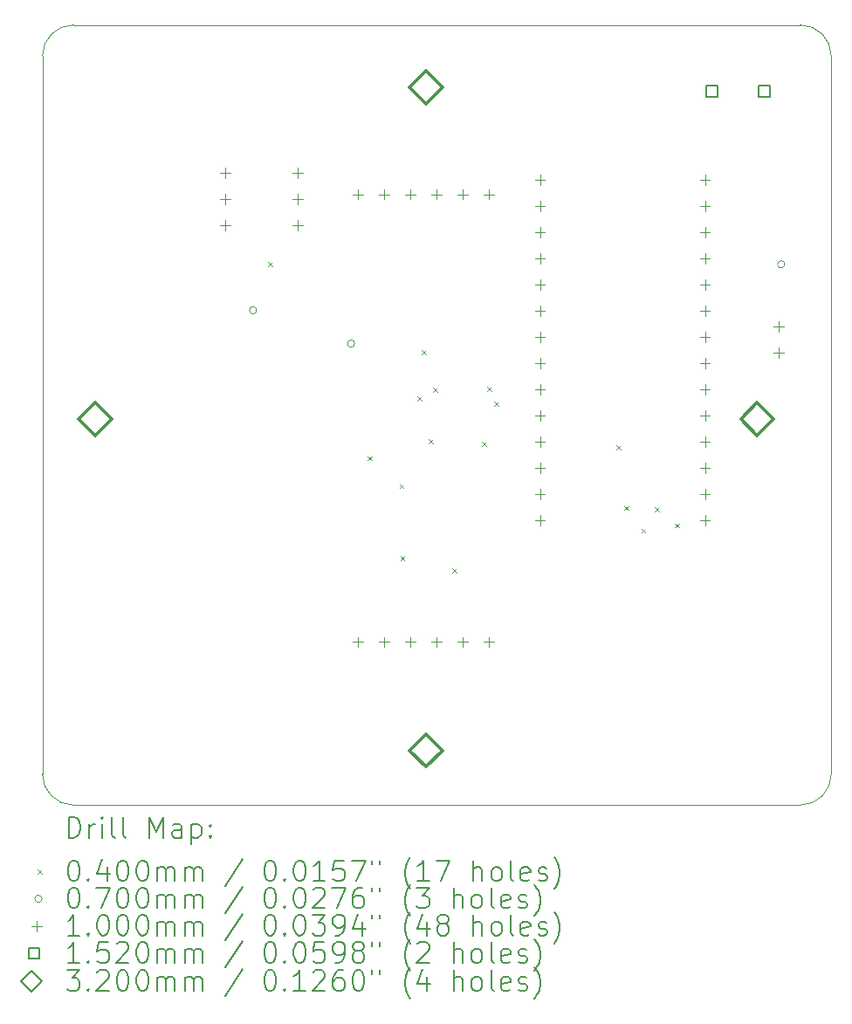
<source format=gbr>
%TF.GenerationSoftware,KiCad,Pcbnew,9.0.6*%
%TF.CreationDate,2026-01-19T06:48:43-03:00*%
%TF.ProjectId,control_dron_v5,636f6e74-726f-46c5-9f64-726f6e5f7635,rev?*%
%TF.SameCoordinates,Original*%
%TF.FileFunction,Drillmap*%
%TF.FilePolarity,Positive*%
%FSLAX45Y45*%
G04 Gerber Fmt 4.5, Leading zero omitted, Abs format (unit mm)*
G04 Created by KiCad (PCBNEW 9.0.6) date 2026-01-19 06:48:43*
%MOMM*%
%LPD*%
G01*
G04 APERTURE LIST*
%ADD10C,0.100000*%
%ADD11C,0.200000*%
%ADD12C,0.152000*%
%ADD13C,0.320000*%
G04 APERTURE END LIST*
D10*
X17942000Y-4056500D02*
X17942000Y-11023000D01*
X17942000Y-11023000D02*
G75*
G02*
X17642000Y-11323000I-300000J0D01*
G01*
X10591500Y-11323000D02*
G75*
G02*
X10291500Y-11023000I0J300000D01*
G01*
X10291500Y-11023000D02*
X10291500Y-4056500D01*
X17642000Y-11323000D02*
X10591500Y-11323000D01*
X17642000Y-3756500D02*
G75*
G02*
X17942000Y-4056500I0J-300000D01*
G01*
X10291500Y-4056500D02*
G75*
G02*
X10591500Y-3756500I300000J0D01*
G01*
X10591500Y-3756500D02*
X17642000Y-3756500D01*
D11*
D10*
X12478000Y-6059000D02*
X12518000Y-6099000D01*
X12518000Y-6059000D02*
X12478000Y-6099000D01*
X13444000Y-7939000D02*
X13484000Y-7979000D01*
X13484000Y-7939000D02*
X13444000Y-7979000D01*
X13755000Y-8211000D02*
X13795000Y-8251000D01*
X13795000Y-8211000D02*
X13755000Y-8251000D01*
X13762000Y-8910000D02*
X13802000Y-8950000D01*
X13802000Y-8910000D02*
X13762000Y-8950000D01*
X13925000Y-7358000D02*
X13965000Y-7398000D01*
X13965000Y-7358000D02*
X13925000Y-7398000D01*
X13972000Y-6910000D02*
X14012000Y-6950000D01*
X14012000Y-6910000D02*
X13972000Y-6950000D01*
X14035000Y-7776000D02*
X14075000Y-7816000D01*
X14075000Y-7776000D02*
X14035000Y-7816000D01*
X14078552Y-7273448D02*
X14118552Y-7313448D01*
X14118552Y-7273448D02*
X14078552Y-7313448D01*
X14269000Y-9027000D02*
X14309000Y-9067000D01*
X14309000Y-9027000D02*
X14269000Y-9067000D01*
X14554356Y-7799252D02*
X14594356Y-7839252D01*
X14594356Y-7799252D02*
X14554356Y-7839252D01*
X14607000Y-7268000D02*
X14647000Y-7308000D01*
X14647000Y-7268000D02*
X14607000Y-7308000D01*
X14672000Y-7408000D02*
X14712000Y-7448000D01*
X14712000Y-7408000D02*
X14672000Y-7448000D01*
X15856000Y-7832000D02*
X15896000Y-7872000D01*
X15896000Y-7832000D02*
X15856000Y-7872000D01*
X15932000Y-8423000D02*
X15972000Y-8463000D01*
X15972000Y-8423000D02*
X15932000Y-8463000D01*
X16099000Y-8642000D02*
X16139000Y-8682000D01*
X16139000Y-8642000D02*
X16099000Y-8682000D01*
X16228000Y-8434000D02*
X16268000Y-8474000D01*
X16268000Y-8434000D02*
X16228000Y-8474000D01*
X16424000Y-8592000D02*
X16464000Y-8632000D01*
X16464000Y-8592000D02*
X16424000Y-8632000D01*
X12369000Y-6524000D02*
G75*
G02*
X12299000Y-6524000I-35000J0D01*
G01*
X12299000Y-6524000D02*
G75*
G02*
X12369000Y-6524000I35000J0D01*
G01*
X13320000Y-6847000D02*
G75*
G02*
X13250000Y-6847000I-35000J0D01*
G01*
X13250000Y-6847000D02*
G75*
G02*
X13320000Y-6847000I35000J0D01*
G01*
X17490750Y-6077750D02*
G75*
G02*
X17420750Y-6077750I-35000J0D01*
G01*
X17420750Y-6077750D02*
G75*
G02*
X17490750Y-6077750I35000J0D01*
G01*
X12062500Y-5144500D02*
X12062500Y-5244500D01*
X12012500Y-5194500D02*
X12112500Y-5194500D01*
X12062500Y-5398500D02*
X12062500Y-5498500D01*
X12012500Y-5448500D02*
X12112500Y-5448500D01*
X12062500Y-5652500D02*
X12062500Y-5752500D01*
X12012500Y-5702500D02*
X12112500Y-5702500D01*
X12765000Y-5141500D02*
X12765000Y-5241500D01*
X12715000Y-5191500D02*
X12815000Y-5191500D01*
X12765000Y-5395500D02*
X12765000Y-5495500D01*
X12715000Y-5445500D02*
X12815000Y-5445500D01*
X12765000Y-5649500D02*
X12765000Y-5749500D01*
X12715000Y-5699500D02*
X12815000Y-5699500D01*
X13348500Y-9691500D02*
X13348500Y-9791500D01*
X13298500Y-9741500D02*
X13398500Y-9741500D01*
X13353500Y-5349000D02*
X13353500Y-5449000D01*
X13303500Y-5399000D02*
X13403500Y-5399000D01*
X13602500Y-9691500D02*
X13602500Y-9791500D01*
X13552500Y-9741500D02*
X13652500Y-9741500D01*
X13607500Y-5349000D02*
X13607500Y-5449000D01*
X13557500Y-5399000D02*
X13657500Y-5399000D01*
X13856500Y-9691500D02*
X13856500Y-9791500D01*
X13806500Y-9741500D02*
X13906500Y-9741500D01*
X13861500Y-5349000D02*
X13861500Y-5449000D01*
X13811500Y-5399000D02*
X13911500Y-5399000D01*
X14110500Y-9691500D02*
X14110500Y-9791500D01*
X14060500Y-9741500D02*
X14160500Y-9741500D01*
X14115500Y-5349000D02*
X14115500Y-5449000D01*
X14065500Y-5399000D02*
X14165500Y-5399000D01*
X14364500Y-9691500D02*
X14364500Y-9791500D01*
X14314500Y-9741500D02*
X14414500Y-9741500D01*
X14369500Y-5349000D02*
X14369500Y-5449000D01*
X14319500Y-5399000D02*
X14419500Y-5399000D01*
X14618500Y-9691500D02*
X14618500Y-9791500D01*
X14568500Y-9741500D02*
X14668500Y-9741500D01*
X14623500Y-5349000D02*
X14623500Y-5449000D01*
X14573500Y-5399000D02*
X14673500Y-5399000D01*
X15116526Y-5211534D02*
X15116526Y-5311534D01*
X15066526Y-5261534D02*
X15166526Y-5261534D01*
X15116526Y-5465534D02*
X15116526Y-5565534D01*
X15066526Y-5515534D02*
X15166526Y-5515534D01*
X15116526Y-5719534D02*
X15116526Y-5819534D01*
X15066526Y-5769534D02*
X15166526Y-5769534D01*
X15116526Y-5973534D02*
X15116526Y-6073534D01*
X15066526Y-6023534D02*
X15166526Y-6023534D01*
X15116526Y-6227534D02*
X15116526Y-6327534D01*
X15066526Y-6277534D02*
X15166526Y-6277534D01*
X15116526Y-6481534D02*
X15116526Y-6581534D01*
X15066526Y-6531534D02*
X15166526Y-6531534D01*
X15116526Y-6735534D02*
X15116526Y-6835534D01*
X15066526Y-6785534D02*
X15166526Y-6785534D01*
X15116526Y-6989534D02*
X15116526Y-7089534D01*
X15066526Y-7039534D02*
X15166526Y-7039534D01*
X15116526Y-7243534D02*
X15116526Y-7343534D01*
X15066526Y-7293534D02*
X15166526Y-7293534D01*
X15116526Y-7497534D02*
X15116526Y-7597534D01*
X15066526Y-7547534D02*
X15166526Y-7547534D01*
X15116526Y-7751534D02*
X15116526Y-7851534D01*
X15066526Y-7801534D02*
X15166526Y-7801534D01*
X15116526Y-8005534D02*
X15116526Y-8105534D01*
X15066526Y-8055534D02*
X15166526Y-8055534D01*
X15116526Y-8259534D02*
X15116526Y-8359534D01*
X15066526Y-8309534D02*
X15166526Y-8309534D01*
X15116526Y-8513534D02*
X15116526Y-8613534D01*
X15066526Y-8563534D02*
X15166526Y-8563534D01*
X16716526Y-5211534D02*
X16716526Y-5311534D01*
X16666526Y-5261534D02*
X16766526Y-5261534D01*
X16716526Y-5465534D02*
X16716526Y-5565534D01*
X16666526Y-5515534D02*
X16766526Y-5515534D01*
X16716526Y-5719534D02*
X16716526Y-5819534D01*
X16666526Y-5769534D02*
X16766526Y-5769534D01*
X16716526Y-5973534D02*
X16716526Y-6073534D01*
X16666526Y-6023534D02*
X16766526Y-6023534D01*
X16716526Y-6227534D02*
X16716526Y-6327534D01*
X16666526Y-6277534D02*
X16766526Y-6277534D01*
X16716526Y-6481534D02*
X16716526Y-6581534D01*
X16666526Y-6531534D02*
X16766526Y-6531534D01*
X16716526Y-6735534D02*
X16716526Y-6835534D01*
X16666526Y-6785534D02*
X16766526Y-6785534D01*
X16716526Y-6989534D02*
X16716526Y-7089534D01*
X16666526Y-7039534D02*
X16766526Y-7039534D01*
X16716526Y-7243534D02*
X16716526Y-7343534D01*
X16666526Y-7293534D02*
X16766526Y-7293534D01*
X16716526Y-7497534D02*
X16716526Y-7597534D01*
X16666526Y-7547534D02*
X16766526Y-7547534D01*
X16716526Y-7751534D02*
X16716526Y-7851534D01*
X16666526Y-7801534D02*
X16766526Y-7801534D01*
X16716526Y-8005534D02*
X16716526Y-8105534D01*
X16666526Y-8055534D02*
X16766526Y-8055534D01*
X16716526Y-8259534D02*
X16716526Y-8359534D01*
X16666526Y-8309534D02*
X16766526Y-8309534D01*
X16716526Y-8513534D02*
X16716526Y-8613534D01*
X16666526Y-8563534D02*
X16766526Y-8563534D01*
X17430000Y-6633000D02*
X17430000Y-6733000D01*
X17380000Y-6683000D02*
X17480000Y-6683000D01*
X17430000Y-6887000D02*
X17430000Y-6987000D01*
X17380000Y-6937000D02*
X17480000Y-6937000D01*
D12*
X16837741Y-4453741D02*
X16837741Y-4346259D01*
X16730259Y-4346259D01*
X16730259Y-4453741D01*
X16837741Y-4453741D01*
X17345741Y-4453741D02*
X17345741Y-4346259D01*
X17238259Y-4346259D01*
X17238259Y-4453741D01*
X17345741Y-4453741D01*
D13*
X10800659Y-7737500D02*
X10960659Y-7577500D01*
X10800659Y-7417500D01*
X10640659Y-7577500D01*
X10800659Y-7737500D01*
X14012500Y-4522500D02*
X14172500Y-4362500D01*
X14012500Y-4202500D01*
X13852500Y-4362500D01*
X14012500Y-4522500D01*
X14012500Y-10952500D02*
X14172500Y-10792500D01*
X14012500Y-10632500D01*
X13852500Y-10792500D01*
X14012500Y-10952500D01*
X17224341Y-7737500D02*
X17384341Y-7577500D01*
X17224341Y-7417500D01*
X17064341Y-7577500D01*
X17224341Y-7737500D01*
D11*
X10547277Y-11639484D02*
X10547277Y-11439484D01*
X10547277Y-11439484D02*
X10594896Y-11439484D01*
X10594896Y-11439484D02*
X10623467Y-11449008D01*
X10623467Y-11449008D02*
X10642515Y-11468055D01*
X10642515Y-11468055D02*
X10652039Y-11487103D01*
X10652039Y-11487103D02*
X10661563Y-11525198D01*
X10661563Y-11525198D02*
X10661563Y-11553769D01*
X10661563Y-11553769D02*
X10652039Y-11591865D01*
X10652039Y-11591865D02*
X10642515Y-11610912D01*
X10642515Y-11610912D02*
X10623467Y-11629960D01*
X10623467Y-11629960D02*
X10594896Y-11639484D01*
X10594896Y-11639484D02*
X10547277Y-11639484D01*
X10747277Y-11639484D02*
X10747277Y-11506150D01*
X10747277Y-11544246D02*
X10756801Y-11525198D01*
X10756801Y-11525198D02*
X10766324Y-11515674D01*
X10766324Y-11515674D02*
X10785372Y-11506150D01*
X10785372Y-11506150D02*
X10804420Y-11506150D01*
X10871086Y-11639484D02*
X10871086Y-11506150D01*
X10871086Y-11439484D02*
X10861563Y-11449008D01*
X10861563Y-11449008D02*
X10871086Y-11458531D01*
X10871086Y-11458531D02*
X10880610Y-11449008D01*
X10880610Y-11449008D02*
X10871086Y-11439484D01*
X10871086Y-11439484D02*
X10871086Y-11458531D01*
X10994896Y-11639484D02*
X10975848Y-11629960D01*
X10975848Y-11629960D02*
X10966324Y-11610912D01*
X10966324Y-11610912D02*
X10966324Y-11439484D01*
X11099658Y-11639484D02*
X11080610Y-11629960D01*
X11080610Y-11629960D02*
X11071086Y-11610912D01*
X11071086Y-11610912D02*
X11071086Y-11439484D01*
X11328229Y-11639484D02*
X11328229Y-11439484D01*
X11328229Y-11439484D02*
X11394896Y-11582341D01*
X11394896Y-11582341D02*
X11461562Y-11439484D01*
X11461562Y-11439484D02*
X11461562Y-11639484D01*
X11642515Y-11639484D02*
X11642515Y-11534722D01*
X11642515Y-11534722D02*
X11632991Y-11515674D01*
X11632991Y-11515674D02*
X11613943Y-11506150D01*
X11613943Y-11506150D02*
X11575848Y-11506150D01*
X11575848Y-11506150D02*
X11556801Y-11515674D01*
X11642515Y-11629960D02*
X11623467Y-11639484D01*
X11623467Y-11639484D02*
X11575848Y-11639484D01*
X11575848Y-11639484D02*
X11556801Y-11629960D01*
X11556801Y-11629960D02*
X11547277Y-11610912D01*
X11547277Y-11610912D02*
X11547277Y-11591865D01*
X11547277Y-11591865D02*
X11556801Y-11572817D01*
X11556801Y-11572817D02*
X11575848Y-11563293D01*
X11575848Y-11563293D02*
X11623467Y-11563293D01*
X11623467Y-11563293D02*
X11642515Y-11553769D01*
X11737753Y-11506150D02*
X11737753Y-11706150D01*
X11737753Y-11515674D02*
X11756801Y-11506150D01*
X11756801Y-11506150D02*
X11794896Y-11506150D01*
X11794896Y-11506150D02*
X11813943Y-11515674D01*
X11813943Y-11515674D02*
X11823467Y-11525198D01*
X11823467Y-11525198D02*
X11832991Y-11544246D01*
X11832991Y-11544246D02*
X11832991Y-11601388D01*
X11832991Y-11601388D02*
X11823467Y-11620436D01*
X11823467Y-11620436D02*
X11813943Y-11629960D01*
X11813943Y-11629960D02*
X11794896Y-11639484D01*
X11794896Y-11639484D02*
X11756801Y-11639484D01*
X11756801Y-11639484D02*
X11737753Y-11629960D01*
X11918705Y-11620436D02*
X11928229Y-11629960D01*
X11928229Y-11629960D02*
X11918705Y-11639484D01*
X11918705Y-11639484D02*
X11909182Y-11629960D01*
X11909182Y-11629960D02*
X11918705Y-11620436D01*
X11918705Y-11620436D02*
X11918705Y-11639484D01*
X11918705Y-11515674D02*
X11928229Y-11525198D01*
X11928229Y-11525198D02*
X11918705Y-11534722D01*
X11918705Y-11534722D02*
X11909182Y-11525198D01*
X11909182Y-11525198D02*
X11918705Y-11515674D01*
X11918705Y-11515674D02*
X11918705Y-11534722D01*
D10*
X10246500Y-11948000D02*
X10286500Y-11988000D01*
X10286500Y-11948000D02*
X10246500Y-11988000D01*
D11*
X10585372Y-11859484D02*
X10604420Y-11859484D01*
X10604420Y-11859484D02*
X10623467Y-11869008D01*
X10623467Y-11869008D02*
X10632991Y-11878531D01*
X10632991Y-11878531D02*
X10642515Y-11897579D01*
X10642515Y-11897579D02*
X10652039Y-11935674D01*
X10652039Y-11935674D02*
X10652039Y-11983293D01*
X10652039Y-11983293D02*
X10642515Y-12021388D01*
X10642515Y-12021388D02*
X10632991Y-12040436D01*
X10632991Y-12040436D02*
X10623467Y-12049960D01*
X10623467Y-12049960D02*
X10604420Y-12059484D01*
X10604420Y-12059484D02*
X10585372Y-12059484D01*
X10585372Y-12059484D02*
X10566324Y-12049960D01*
X10566324Y-12049960D02*
X10556801Y-12040436D01*
X10556801Y-12040436D02*
X10547277Y-12021388D01*
X10547277Y-12021388D02*
X10537753Y-11983293D01*
X10537753Y-11983293D02*
X10537753Y-11935674D01*
X10537753Y-11935674D02*
X10547277Y-11897579D01*
X10547277Y-11897579D02*
X10556801Y-11878531D01*
X10556801Y-11878531D02*
X10566324Y-11869008D01*
X10566324Y-11869008D02*
X10585372Y-11859484D01*
X10737753Y-12040436D02*
X10747277Y-12049960D01*
X10747277Y-12049960D02*
X10737753Y-12059484D01*
X10737753Y-12059484D02*
X10728229Y-12049960D01*
X10728229Y-12049960D02*
X10737753Y-12040436D01*
X10737753Y-12040436D02*
X10737753Y-12059484D01*
X10918705Y-11926150D02*
X10918705Y-12059484D01*
X10871086Y-11849960D02*
X10823467Y-11992817D01*
X10823467Y-11992817D02*
X10947277Y-11992817D01*
X11061563Y-11859484D02*
X11080610Y-11859484D01*
X11080610Y-11859484D02*
X11099658Y-11869008D01*
X11099658Y-11869008D02*
X11109182Y-11878531D01*
X11109182Y-11878531D02*
X11118705Y-11897579D01*
X11118705Y-11897579D02*
X11128229Y-11935674D01*
X11128229Y-11935674D02*
X11128229Y-11983293D01*
X11128229Y-11983293D02*
X11118705Y-12021388D01*
X11118705Y-12021388D02*
X11109182Y-12040436D01*
X11109182Y-12040436D02*
X11099658Y-12049960D01*
X11099658Y-12049960D02*
X11080610Y-12059484D01*
X11080610Y-12059484D02*
X11061563Y-12059484D01*
X11061563Y-12059484D02*
X11042515Y-12049960D01*
X11042515Y-12049960D02*
X11032991Y-12040436D01*
X11032991Y-12040436D02*
X11023467Y-12021388D01*
X11023467Y-12021388D02*
X11013944Y-11983293D01*
X11013944Y-11983293D02*
X11013944Y-11935674D01*
X11013944Y-11935674D02*
X11023467Y-11897579D01*
X11023467Y-11897579D02*
X11032991Y-11878531D01*
X11032991Y-11878531D02*
X11042515Y-11869008D01*
X11042515Y-11869008D02*
X11061563Y-11859484D01*
X11252039Y-11859484D02*
X11271086Y-11859484D01*
X11271086Y-11859484D02*
X11290134Y-11869008D01*
X11290134Y-11869008D02*
X11299658Y-11878531D01*
X11299658Y-11878531D02*
X11309182Y-11897579D01*
X11309182Y-11897579D02*
X11318705Y-11935674D01*
X11318705Y-11935674D02*
X11318705Y-11983293D01*
X11318705Y-11983293D02*
X11309182Y-12021388D01*
X11309182Y-12021388D02*
X11299658Y-12040436D01*
X11299658Y-12040436D02*
X11290134Y-12049960D01*
X11290134Y-12049960D02*
X11271086Y-12059484D01*
X11271086Y-12059484D02*
X11252039Y-12059484D01*
X11252039Y-12059484D02*
X11232991Y-12049960D01*
X11232991Y-12049960D02*
X11223467Y-12040436D01*
X11223467Y-12040436D02*
X11213943Y-12021388D01*
X11213943Y-12021388D02*
X11204420Y-11983293D01*
X11204420Y-11983293D02*
X11204420Y-11935674D01*
X11204420Y-11935674D02*
X11213943Y-11897579D01*
X11213943Y-11897579D02*
X11223467Y-11878531D01*
X11223467Y-11878531D02*
X11232991Y-11869008D01*
X11232991Y-11869008D02*
X11252039Y-11859484D01*
X11404420Y-12059484D02*
X11404420Y-11926150D01*
X11404420Y-11945198D02*
X11413943Y-11935674D01*
X11413943Y-11935674D02*
X11432991Y-11926150D01*
X11432991Y-11926150D02*
X11461563Y-11926150D01*
X11461563Y-11926150D02*
X11480610Y-11935674D01*
X11480610Y-11935674D02*
X11490134Y-11954722D01*
X11490134Y-11954722D02*
X11490134Y-12059484D01*
X11490134Y-11954722D02*
X11499658Y-11935674D01*
X11499658Y-11935674D02*
X11518705Y-11926150D01*
X11518705Y-11926150D02*
X11547277Y-11926150D01*
X11547277Y-11926150D02*
X11566324Y-11935674D01*
X11566324Y-11935674D02*
X11575848Y-11954722D01*
X11575848Y-11954722D02*
X11575848Y-12059484D01*
X11671086Y-12059484D02*
X11671086Y-11926150D01*
X11671086Y-11945198D02*
X11680610Y-11935674D01*
X11680610Y-11935674D02*
X11699658Y-11926150D01*
X11699658Y-11926150D02*
X11728229Y-11926150D01*
X11728229Y-11926150D02*
X11747277Y-11935674D01*
X11747277Y-11935674D02*
X11756801Y-11954722D01*
X11756801Y-11954722D02*
X11756801Y-12059484D01*
X11756801Y-11954722D02*
X11766324Y-11935674D01*
X11766324Y-11935674D02*
X11785372Y-11926150D01*
X11785372Y-11926150D02*
X11813943Y-11926150D01*
X11813943Y-11926150D02*
X11832991Y-11935674D01*
X11832991Y-11935674D02*
X11842515Y-11954722D01*
X11842515Y-11954722D02*
X11842515Y-12059484D01*
X12232991Y-11849960D02*
X12061563Y-12107103D01*
X12490134Y-11859484D02*
X12509182Y-11859484D01*
X12509182Y-11859484D02*
X12528229Y-11869008D01*
X12528229Y-11869008D02*
X12537753Y-11878531D01*
X12537753Y-11878531D02*
X12547277Y-11897579D01*
X12547277Y-11897579D02*
X12556801Y-11935674D01*
X12556801Y-11935674D02*
X12556801Y-11983293D01*
X12556801Y-11983293D02*
X12547277Y-12021388D01*
X12547277Y-12021388D02*
X12537753Y-12040436D01*
X12537753Y-12040436D02*
X12528229Y-12049960D01*
X12528229Y-12049960D02*
X12509182Y-12059484D01*
X12509182Y-12059484D02*
X12490134Y-12059484D01*
X12490134Y-12059484D02*
X12471086Y-12049960D01*
X12471086Y-12049960D02*
X12461563Y-12040436D01*
X12461563Y-12040436D02*
X12452039Y-12021388D01*
X12452039Y-12021388D02*
X12442515Y-11983293D01*
X12442515Y-11983293D02*
X12442515Y-11935674D01*
X12442515Y-11935674D02*
X12452039Y-11897579D01*
X12452039Y-11897579D02*
X12461563Y-11878531D01*
X12461563Y-11878531D02*
X12471086Y-11869008D01*
X12471086Y-11869008D02*
X12490134Y-11859484D01*
X12642515Y-12040436D02*
X12652039Y-12049960D01*
X12652039Y-12049960D02*
X12642515Y-12059484D01*
X12642515Y-12059484D02*
X12632991Y-12049960D01*
X12632991Y-12049960D02*
X12642515Y-12040436D01*
X12642515Y-12040436D02*
X12642515Y-12059484D01*
X12775848Y-11859484D02*
X12794896Y-11859484D01*
X12794896Y-11859484D02*
X12813944Y-11869008D01*
X12813944Y-11869008D02*
X12823467Y-11878531D01*
X12823467Y-11878531D02*
X12832991Y-11897579D01*
X12832991Y-11897579D02*
X12842515Y-11935674D01*
X12842515Y-11935674D02*
X12842515Y-11983293D01*
X12842515Y-11983293D02*
X12832991Y-12021388D01*
X12832991Y-12021388D02*
X12823467Y-12040436D01*
X12823467Y-12040436D02*
X12813944Y-12049960D01*
X12813944Y-12049960D02*
X12794896Y-12059484D01*
X12794896Y-12059484D02*
X12775848Y-12059484D01*
X12775848Y-12059484D02*
X12756801Y-12049960D01*
X12756801Y-12049960D02*
X12747277Y-12040436D01*
X12747277Y-12040436D02*
X12737753Y-12021388D01*
X12737753Y-12021388D02*
X12728229Y-11983293D01*
X12728229Y-11983293D02*
X12728229Y-11935674D01*
X12728229Y-11935674D02*
X12737753Y-11897579D01*
X12737753Y-11897579D02*
X12747277Y-11878531D01*
X12747277Y-11878531D02*
X12756801Y-11869008D01*
X12756801Y-11869008D02*
X12775848Y-11859484D01*
X13032991Y-12059484D02*
X12918706Y-12059484D01*
X12975848Y-12059484D02*
X12975848Y-11859484D01*
X12975848Y-11859484D02*
X12956801Y-11888055D01*
X12956801Y-11888055D02*
X12937753Y-11907103D01*
X12937753Y-11907103D02*
X12918706Y-11916627D01*
X13213944Y-11859484D02*
X13118706Y-11859484D01*
X13118706Y-11859484D02*
X13109182Y-11954722D01*
X13109182Y-11954722D02*
X13118706Y-11945198D01*
X13118706Y-11945198D02*
X13137753Y-11935674D01*
X13137753Y-11935674D02*
X13185372Y-11935674D01*
X13185372Y-11935674D02*
X13204420Y-11945198D01*
X13204420Y-11945198D02*
X13213944Y-11954722D01*
X13213944Y-11954722D02*
X13223467Y-11973769D01*
X13223467Y-11973769D02*
X13223467Y-12021388D01*
X13223467Y-12021388D02*
X13213944Y-12040436D01*
X13213944Y-12040436D02*
X13204420Y-12049960D01*
X13204420Y-12049960D02*
X13185372Y-12059484D01*
X13185372Y-12059484D02*
X13137753Y-12059484D01*
X13137753Y-12059484D02*
X13118706Y-12049960D01*
X13118706Y-12049960D02*
X13109182Y-12040436D01*
X13290134Y-11859484D02*
X13423467Y-11859484D01*
X13423467Y-11859484D02*
X13337753Y-12059484D01*
X13490134Y-11859484D02*
X13490134Y-11897579D01*
X13566325Y-11859484D02*
X13566325Y-11897579D01*
X13861563Y-12135674D02*
X13852039Y-12126150D01*
X13852039Y-12126150D02*
X13832991Y-12097579D01*
X13832991Y-12097579D02*
X13823468Y-12078531D01*
X13823468Y-12078531D02*
X13813944Y-12049960D01*
X13813944Y-12049960D02*
X13804420Y-12002341D01*
X13804420Y-12002341D02*
X13804420Y-11964246D01*
X13804420Y-11964246D02*
X13813944Y-11916627D01*
X13813944Y-11916627D02*
X13823468Y-11888055D01*
X13823468Y-11888055D02*
X13832991Y-11869008D01*
X13832991Y-11869008D02*
X13852039Y-11840436D01*
X13852039Y-11840436D02*
X13861563Y-11830912D01*
X14042515Y-12059484D02*
X13928229Y-12059484D01*
X13985372Y-12059484D02*
X13985372Y-11859484D01*
X13985372Y-11859484D02*
X13966325Y-11888055D01*
X13966325Y-11888055D02*
X13947277Y-11907103D01*
X13947277Y-11907103D02*
X13928229Y-11916627D01*
X14109182Y-11859484D02*
X14242515Y-11859484D01*
X14242515Y-11859484D02*
X14156801Y-12059484D01*
X14471087Y-12059484D02*
X14471087Y-11859484D01*
X14556801Y-12059484D02*
X14556801Y-11954722D01*
X14556801Y-11954722D02*
X14547277Y-11935674D01*
X14547277Y-11935674D02*
X14528230Y-11926150D01*
X14528230Y-11926150D02*
X14499658Y-11926150D01*
X14499658Y-11926150D02*
X14480610Y-11935674D01*
X14480610Y-11935674D02*
X14471087Y-11945198D01*
X14680610Y-12059484D02*
X14661563Y-12049960D01*
X14661563Y-12049960D02*
X14652039Y-12040436D01*
X14652039Y-12040436D02*
X14642515Y-12021388D01*
X14642515Y-12021388D02*
X14642515Y-11964246D01*
X14642515Y-11964246D02*
X14652039Y-11945198D01*
X14652039Y-11945198D02*
X14661563Y-11935674D01*
X14661563Y-11935674D02*
X14680610Y-11926150D01*
X14680610Y-11926150D02*
X14709182Y-11926150D01*
X14709182Y-11926150D02*
X14728230Y-11935674D01*
X14728230Y-11935674D02*
X14737753Y-11945198D01*
X14737753Y-11945198D02*
X14747277Y-11964246D01*
X14747277Y-11964246D02*
X14747277Y-12021388D01*
X14747277Y-12021388D02*
X14737753Y-12040436D01*
X14737753Y-12040436D02*
X14728230Y-12049960D01*
X14728230Y-12049960D02*
X14709182Y-12059484D01*
X14709182Y-12059484D02*
X14680610Y-12059484D01*
X14861563Y-12059484D02*
X14842515Y-12049960D01*
X14842515Y-12049960D02*
X14832991Y-12030912D01*
X14832991Y-12030912D02*
X14832991Y-11859484D01*
X15013944Y-12049960D02*
X14994896Y-12059484D01*
X14994896Y-12059484D02*
X14956801Y-12059484D01*
X14956801Y-12059484D02*
X14937753Y-12049960D01*
X14937753Y-12049960D02*
X14928230Y-12030912D01*
X14928230Y-12030912D02*
X14928230Y-11954722D01*
X14928230Y-11954722D02*
X14937753Y-11935674D01*
X14937753Y-11935674D02*
X14956801Y-11926150D01*
X14956801Y-11926150D02*
X14994896Y-11926150D01*
X14994896Y-11926150D02*
X15013944Y-11935674D01*
X15013944Y-11935674D02*
X15023468Y-11954722D01*
X15023468Y-11954722D02*
X15023468Y-11973769D01*
X15023468Y-11973769D02*
X14928230Y-11992817D01*
X15099658Y-12049960D02*
X15118706Y-12059484D01*
X15118706Y-12059484D02*
X15156801Y-12059484D01*
X15156801Y-12059484D02*
X15175849Y-12049960D01*
X15175849Y-12049960D02*
X15185372Y-12030912D01*
X15185372Y-12030912D02*
X15185372Y-12021388D01*
X15185372Y-12021388D02*
X15175849Y-12002341D01*
X15175849Y-12002341D02*
X15156801Y-11992817D01*
X15156801Y-11992817D02*
X15128230Y-11992817D01*
X15128230Y-11992817D02*
X15109182Y-11983293D01*
X15109182Y-11983293D02*
X15099658Y-11964246D01*
X15099658Y-11964246D02*
X15099658Y-11954722D01*
X15099658Y-11954722D02*
X15109182Y-11935674D01*
X15109182Y-11935674D02*
X15128230Y-11926150D01*
X15128230Y-11926150D02*
X15156801Y-11926150D01*
X15156801Y-11926150D02*
X15175849Y-11935674D01*
X15252039Y-12135674D02*
X15261563Y-12126150D01*
X15261563Y-12126150D02*
X15280611Y-12097579D01*
X15280611Y-12097579D02*
X15290134Y-12078531D01*
X15290134Y-12078531D02*
X15299658Y-12049960D01*
X15299658Y-12049960D02*
X15309182Y-12002341D01*
X15309182Y-12002341D02*
X15309182Y-11964246D01*
X15309182Y-11964246D02*
X15299658Y-11916627D01*
X15299658Y-11916627D02*
X15290134Y-11888055D01*
X15290134Y-11888055D02*
X15280611Y-11869008D01*
X15280611Y-11869008D02*
X15261563Y-11840436D01*
X15261563Y-11840436D02*
X15252039Y-11830912D01*
D10*
X10286500Y-12232000D02*
G75*
G02*
X10216500Y-12232000I-35000J0D01*
G01*
X10216500Y-12232000D02*
G75*
G02*
X10286500Y-12232000I35000J0D01*
G01*
D11*
X10585372Y-12123484D02*
X10604420Y-12123484D01*
X10604420Y-12123484D02*
X10623467Y-12133008D01*
X10623467Y-12133008D02*
X10632991Y-12142531D01*
X10632991Y-12142531D02*
X10642515Y-12161579D01*
X10642515Y-12161579D02*
X10652039Y-12199674D01*
X10652039Y-12199674D02*
X10652039Y-12247293D01*
X10652039Y-12247293D02*
X10642515Y-12285388D01*
X10642515Y-12285388D02*
X10632991Y-12304436D01*
X10632991Y-12304436D02*
X10623467Y-12313960D01*
X10623467Y-12313960D02*
X10604420Y-12323484D01*
X10604420Y-12323484D02*
X10585372Y-12323484D01*
X10585372Y-12323484D02*
X10566324Y-12313960D01*
X10566324Y-12313960D02*
X10556801Y-12304436D01*
X10556801Y-12304436D02*
X10547277Y-12285388D01*
X10547277Y-12285388D02*
X10537753Y-12247293D01*
X10537753Y-12247293D02*
X10537753Y-12199674D01*
X10537753Y-12199674D02*
X10547277Y-12161579D01*
X10547277Y-12161579D02*
X10556801Y-12142531D01*
X10556801Y-12142531D02*
X10566324Y-12133008D01*
X10566324Y-12133008D02*
X10585372Y-12123484D01*
X10737753Y-12304436D02*
X10747277Y-12313960D01*
X10747277Y-12313960D02*
X10737753Y-12323484D01*
X10737753Y-12323484D02*
X10728229Y-12313960D01*
X10728229Y-12313960D02*
X10737753Y-12304436D01*
X10737753Y-12304436D02*
X10737753Y-12323484D01*
X10813944Y-12123484D02*
X10947277Y-12123484D01*
X10947277Y-12123484D02*
X10861563Y-12323484D01*
X11061563Y-12123484D02*
X11080610Y-12123484D01*
X11080610Y-12123484D02*
X11099658Y-12133008D01*
X11099658Y-12133008D02*
X11109182Y-12142531D01*
X11109182Y-12142531D02*
X11118705Y-12161579D01*
X11118705Y-12161579D02*
X11128229Y-12199674D01*
X11128229Y-12199674D02*
X11128229Y-12247293D01*
X11128229Y-12247293D02*
X11118705Y-12285388D01*
X11118705Y-12285388D02*
X11109182Y-12304436D01*
X11109182Y-12304436D02*
X11099658Y-12313960D01*
X11099658Y-12313960D02*
X11080610Y-12323484D01*
X11080610Y-12323484D02*
X11061563Y-12323484D01*
X11061563Y-12323484D02*
X11042515Y-12313960D01*
X11042515Y-12313960D02*
X11032991Y-12304436D01*
X11032991Y-12304436D02*
X11023467Y-12285388D01*
X11023467Y-12285388D02*
X11013944Y-12247293D01*
X11013944Y-12247293D02*
X11013944Y-12199674D01*
X11013944Y-12199674D02*
X11023467Y-12161579D01*
X11023467Y-12161579D02*
X11032991Y-12142531D01*
X11032991Y-12142531D02*
X11042515Y-12133008D01*
X11042515Y-12133008D02*
X11061563Y-12123484D01*
X11252039Y-12123484D02*
X11271086Y-12123484D01*
X11271086Y-12123484D02*
X11290134Y-12133008D01*
X11290134Y-12133008D02*
X11299658Y-12142531D01*
X11299658Y-12142531D02*
X11309182Y-12161579D01*
X11309182Y-12161579D02*
X11318705Y-12199674D01*
X11318705Y-12199674D02*
X11318705Y-12247293D01*
X11318705Y-12247293D02*
X11309182Y-12285388D01*
X11309182Y-12285388D02*
X11299658Y-12304436D01*
X11299658Y-12304436D02*
X11290134Y-12313960D01*
X11290134Y-12313960D02*
X11271086Y-12323484D01*
X11271086Y-12323484D02*
X11252039Y-12323484D01*
X11252039Y-12323484D02*
X11232991Y-12313960D01*
X11232991Y-12313960D02*
X11223467Y-12304436D01*
X11223467Y-12304436D02*
X11213943Y-12285388D01*
X11213943Y-12285388D02*
X11204420Y-12247293D01*
X11204420Y-12247293D02*
X11204420Y-12199674D01*
X11204420Y-12199674D02*
X11213943Y-12161579D01*
X11213943Y-12161579D02*
X11223467Y-12142531D01*
X11223467Y-12142531D02*
X11232991Y-12133008D01*
X11232991Y-12133008D02*
X11252039Y-12123484D01*
X11404420Y-12323484D02*
X11404420Y-12190150D01*
X11404420Y-12209198D02*
X11413943Y-12199674D01*
X11413943Y-12199674D02*
X11432991Y-12190150D01*
X11432991Y-12190150D02*
X11461563Y-12190150D01*
X11461563Y-12190150D02*
X11480610Y-12199674D01*
X11480610Y-12199674D02*
X11490134Y-12218722D01*
X11490134Y-12218722D02*
X11490134Y-12323484D01*
X11490134Y-12218722D02*
X11499658Y-12199674D01*
X11499658Y-12199674D02*
X11518705Y-12190150D01*
X11518705Y-12190150D02*
X11547277Y-12190150D01*
X11547277Y-12190150D02*
X11566324Y-12199674D01*
X11566324Y-12199674D02*
X11575848Y-12218722D01*
X11575848Y-12218722D02*
X11575848Y-12323484D01*
X11671086Y-12323484D02*
X11671086Y-12190150D01*
X11671086Y-12209198D02*
X11680610Y-12199674D01*
X11680610Y-12199674D02*
X11699658Y-12190150D01*
X11699658Y-12190150D02*
X11728229Y-12190150D01*
X11728229Y-12190150D02*
X11747277Y-12199674D01*
X11747277Y-12199674D02*
X11756801Y-12218722D01*
X11756801Y-12218722D02*
X11756801Y-12323484D01*
X11756801Y-12218722D02*
X11766324Y-12199674D01*
X11766324Y-12199674D02*
X11785372Y-12190150D01*
X11785372Y-12190150D02*
X11813943Y-12190150D01*
X11813943Y-12190150D02*
X11832991Y-12199674D01*
X11832991Y-12199674D02*
X11842515Y-12218722D01*
X11842515Y-12218722D02*
X11842515Y-12323484D01*
X12232991Y-12113960D02*
X12061563Y-12371103D01*
X12490134Y-12123484D02*
X12509182Y-12123484D01*
X12509182Y-12123484D02*
X12528229Y-12133008D01*
X12528229Y-12133008D02*
X12537753Y-12142531D01*
X12537753Y-12142531D02*
X12547277Y-12161579D01*
X12547277Y-12161579D02*
X12556801Y-12199674D01*
X12556801Y-12199674D02*
X12556801Y-12247293D01*
X12556801Y-12247293D02*
X12547277Y-12285388D01*
X12547277Y-12285388D02*
X12537753Y-12304436D01*
X12537753Y-12304436D02*
X12528229Y-12313960D01*
X12528229Y-12313960D02*
X12509182Y-12323484D01*
X12509182Y-12323484D02*
X12490134Y-12323484D01*
X12490134Y-12323484D02*
X12471086Y-12313960D01*
X12471086Y-12313960D02*
X12461563Y-12304436D01*
X12461563Y-12304436D02*
X12452039Y-12285388D01*
X12452039Y-12285388D02*
X12442515Y-12247293D01*
X12442515Y-12247293D02*
X12442515Y-12199674D01*
X12442515Y-12199674D02*
X12452039Y-12161579D01*
X12452039Y-12161579D02*
X12461563Y-12142531D01*
X12461563Y-12142531D02*
X12471086Y-12133008D01*
X12471086Y-12133008D02*
X12490134Y-12123484D01*
X12642515Y-12304436D02*
X12652039Y-12313960D01*
X12652039Y-12313960D02*
X12642515Y-12323484D01*
X12642515Y-12323484D02*
X12632991Y-12313960D01*
X12632991Y-12313960D02*
X12642515Y-12304436D01*
X12642515Y-12304436D02*
X12642515Y-12323484D01*
X12775848Y-12123484D02*
X12794896Y-12123484D01*
X12794896Y-12123484D02*
X12813944Y-12133008D01*
X12813944Y-12133008D02*
X12823467Y-12142531D01*
X12823467Y-12142531D02*
X12832991Y-12161579D01*
X12832991Y-12161579D02*
X12842515Y-12199674D01*
X12842515Y-12199674D02*
X12842515Y-12247293D01*
X12842515Y-12247293D02*
X12832991Y-12285388D01*
X12832991Y-12285388D02*
X12823467Y-12304436D01*
X12823467Y-12304436D02*
X12813944Y-12313960D01*
X12813944Y-12313960D02*
X12794896Y-12323484D01*
X12794896Y-12323484D02*
X12775848Y-12323484D01*
X12775848Y-12323484D02*
X12756801Y-12313960D01*
X12756801Y-12313960D02*
X12747277Y-12304436D01*
X12747277Y-12304436D02*
X12737753Y-12285388D01*
X12737753Y-12285388D02*
X12728229Y-12247293D01*
X12728229Y-12247293D02*
X12728229Y-12199674D01*
X12728229Y-12199674D02*
X12737753Y-12161579D01*
X12737753Y-12161579D02*
X12747277Y-12142531D01*
X12747277Y-12142531D02*
X12756801Y-12133008D01*
X12756801Y-12133008D02*
X12775848Y-12123484D01*
X12918706Y-12142531D02*
X12928229Y-12133008D01*
X12928229Y-12133008D02*
X12947277Y-12123484D01*
X12947277Y-12123484D02*
X12994896Y-12123484D01*
X12994896Y-12123484D02*
X13013944Y-12133008D01*
X13013944Y-12133008D02*
X13023467Y-12142531D01*
X13023467Y-12142531D02*
X13032991Y-12161579D01*
X13032991Y-12161579D02*
X13032991Y-12180627D01*
X13032991Y-12180627D02*
X13023467Y-12209198D01*
X13023467Y-12209198D02*
X12909182Y-12323484D01*
X12909182Y-12323484D02*
X13032991Y-12323484D01*
X13099658Y-12123484D02*
X13232991Y-12123484D01*
X13232991Y-12123484D02*
X13147277Y-12323484D01*
X13394896Y-12123484D02*
X13356801Y-12123484D01*
X13356801Y-12123484D02*
X13337753Y-12133008D01*
X13337753Y-12133008D02*
X13328229Y-12142531D01*
X13328229Y-12142531D02*
X13309182Y-12171103D01*
X13309182Y-12171103D02*
X13299658Y-12209198D01*
X13299658Y-12209198D02*
X13299658Y-12285388D01*
X13299658Y-12285388D02*
X13309182Y-12304436D01*
X13309182Y-12304436D02*
X13318706Y-12313960D01*
X13318706Y-12313960D02*
X13337753Y-12323484D01*
X13337753Y-12323484D02*
X13375848Y-12323484D01*
X13375848Y-12323484D02*
X13394896Y-12313960D01*
X13394896Y-12313960D02*
X13404420Y-12304436D01*
X13404420Y-12304436D02*
X13413944Y-12285388D01*
X13413944Y-12285388D02*
X13413944Y-12237769D01*
X13413944Y-12237769D02*
X13404420Y-12218722D01*
X13404420Y-12218722D02*
X13394896Y-12209198D01*
X13394896Y-12209198D02*
X13375848Y-12199674D01*
X13375848Y-12199674D02*
X13337753Y-12199674D01*
X13337753Y-12199674D02*
X13318706Y-12209198D01*
X13318706Y-12209198D02*
X13309182Y-12218722D01*
X13309182Y-12218722D02*
X13299658Y-12237769D01*
X13490134Y-12123484D02*
X13490134Y-12161579D01*
X13566325Y-12123484D02*
X13566325Y-12161579D01*
X13861563Y-12399674D02*
X13852039Y-12390150D01*
X13852039Y-12390150D02*
X13832991Y-12361579D01*
X13832991Y-12361579D02*
X13823468Y-12342531D01*
X13823468Y-12342531D02*
X13813944Y-12313960D01*
X13813944Y-12313960D02*
X13804420Y-12266341D01*
X13804420Y-12266341D02*
X13804420Y-12228246D01*
X13804420Y-12228246D02*
X13813944Y-12180627D01*
X13813944Y-12180627D02*
X13823468Y-12152055D01*
X13823468Y-12152055D02*
X13832991Y-12133008D01*
X13832991Y-12133008D02*
X13852039Y-12104436D01*
X13852039Y-12104436D02*
X13861563Y-12094912D01*
X13918706Y-12123484D02*
X14042515Y-12123484D01*
X14042515Y-12123484D02*
X13975848Y-12199674D01*
X13975848Y-12199674D02*
X14004420Y-12199674D01*
X14004420Y-12199674D02*
X14023468Y-12209198D01*
X14023468Y-12209198D02*
X14032991Y-12218722D01*
X14032991Y-12218722D02*
X14042515Y-12237769D01*
X14042515Y-12237769D02*
X14042515Y-12285388D01*
X14042515Y-12285388D02*
X14032991Y-12304436D01*
X14032991Y-12304436D02*
X14023468Y-12313960D01*
X14023468Y-12313960D02*
X14004420Y-12323484D01*
X14004420Y-12323484D02*
X13947277Y-12323484D01*
X13947277Y-12323484D02*
X13928229Y-12313960D01*
X13928229Y-12313960D02*
X13918706Y-12304436D01*
X14280610Y-12323484D02*
X14280610Y-12123484D01*
X14366325Y-12323484D02*
X14366325Y-12218722D01*
X14366325Y-12218722D02*
X14356801Y-12199674D01*
X14356801Y-12199674D02*
X14337753Y-12190150D01*
X14337753Y-12190150D02*
X14309182Y-12190150D01*
X14309182Y-12190150D02*
X14290134Y-12199674D01*
X14290134Y-12199674D02*
X14280610Y-12209198D01*
X14490134Y-12323484D02*
X14471087Y-12313960D01*
X14471087Y-12313960D02*
X14461563Y-12304436D01*
X14461563Y-12304436D02*
X14452039Y-12285388D01*
X14452039Y-12285388D02*
X14452039Y-12228246D01*
X14452039Y-12228246D02*
X14461563Y-12209198D01*
X14461563Y-12209198D02*
X14471087Y-12199674D01*
X14471087Y-12199674D02*
X14490134Y-12190150D01*
X14490134Y-12190150D02*
X14518706Y-12190150D01*
X14518706Y-12190150D02*
X14537753Y-12199674D01*
X14537753Y-12199674D02*
X14547277Y-12209198D01*
X14547277Y-12209198D02*
X14556801Y-12228246D01*
X14556801Y-12228246D02*
X14556801Y-12285388D01*
X14556801Y-12285388D02*
X14547277Y-12304436D01*
X14547277Y-12304436D02*
X14537753Y-12313960D01*
X14537753Y-12313960D02*
X14518706Y-12323484D01*
X14518706Y-12323484D02*
X14490134Y-12323484D01*
X14671087Y-12323484D02*
X14652039Y-12313960D01*
X14652039Y-12313960D02*
X14642515Y-12294912D01*
X14642515Y-12294912D02*
X14642515Y-12123484D01*
X14823468Y-12313960D02*
X14804420Y-12323484D01*
X14804420Y-12323484D02*
X14766325Y-12323484D01*
X14766325Y-12323484D02*
X14747277Y-12313960D01*
X14747277Y-12313960D02*
X14737753Y-12294912D01*
X14737753Y-12294912D02*
X14737753Y-12218722D01*
X14737753Y-12218722D02*
X14747277Y-12199674D01*
X14747277Y-12199674D02*
X14766325Y-12190150D01*
X14766325Y-12190150D02*
X14804420Y-12190150D01*
X14804420Y-12190150D02*
X14823468Y-12199674D01*
X14823468Y-12199674D02*
X14832991Y-12218722D01*
X14832991Y-12218722D02*
X14832991Y-12237769D01*
X14832991Y-12237769D02*
X14737753Y-12256817D01*
X14909182Y-12313960D02*
X14928230Y-12323484D01*
X14928230Y-12323484D02*
X14966325Y-12323484D01*
X14966325Y-12323484D02*
X14985372Y-12313960D01*
X14985372Y-12313960D02*
X14994896Y-12294912D01*
X14994896Y-12294912D02*
X14994896Y-12285388D01*
X14994896Y-12285388D02*
X14985372Y-12266341D01*
X14985372Y-12266341D02*
X14966325Y-12256817D01*
X14966325Y-12256817D02*
X14937753Y-12256817D01*
X14937753Y-12256817D02*
X14918706Y-12247293D01*
X14918706Y-12247293D02*
X14909182Y-12228246D01*
X14909182Y-12228246D02*
X14909182Y-12218722D01*
X14909182Y-12218722D02*
X14918706Y-12199674D01*
X14918706Y-12199674D02*
X14937753Y-12190150D01*
X14937753Y-12190150D02*
X14966325Y-12190150D01*
X14966325Y-12190150D02*
X14985372Y-12199674D01*
X15061563Y-12399674D02*
X15071087Y-12390150D01*
X15071087Y-12390150D02*
X15090134Y-12361579D01*
X15090134Y-12361579D02*
X15099658Y-12342531D01*
X15099658Y-12342531D02*
X15109182Y-12313960D01*
X15109182Y-12313960D02*
X15118706Y-12266341D01*
X15118706Y-12266341D02*
X15118706Y-12228246D01*
X15118706Y-12228246D02*
X15109182Y-12180627D01*
X15109182Y-12180627D02*
X15099658Y-12152055D01*
X15099658Y-12152055D02*
X15090134Y-12133008D01*
X15090134Y-12133008D02*
X15071087Y-12104436D01*
X15071087Y-12104436D02*
X15061563Y-12094912D01*
D10*
X10236500Y-12446000D02*
X10236500Y-12546000D01*
X10186500Y-12496000D02*
X10286500Y-12496000D01*
D11*
X10652039Y-12587484D02*
X10537753Y-12587484D01*
X10594896Y-12587484D02*
X10594896Y-12387484D01*
X10594896Y-12387484D02*
X10575848Y-12416055D01*
X10575848Y-12416055D02*
X10556801Y-12435103D01*
X10556801Y-12435103D02*
X10537753Y-12444627D01*
X10737753Y-12568436D02*
X10747277Y-12577960D01*
X10747277Y-12577960D02*
X10737753Y-12587484D01*
X10737753Y-12587484D02*
X10728229Y-12577960D01*
X10728229Y-12577960D02*
X10737753Y-12568436D01*
X10737753Y-12568436D02*
X10737753Y-12587484D01*
X10871086Y-12387484D02*
X10890134Y-12387484D01*
X10890134Y-12387484D02*
X10909182Y-12397008D01*
X10909182Y-12397008D02*
X10918705Y-12406531D01*
X10918705Y-12406531D02*
X10928229Y-12425579D01*
X10928229Y-12425579D02*
X10937753Y-12463674D01*
X10937753Y-12463674D02*
X10937753Y-12511293D01*
X10937753Y-12511293D02*
X10928229Y-12549388D01*
X10928229Y-12549388D02*
X10918705Y-12568436D01*
X10918705Y-12568436D02*
X10909182Y-12577960D01*
X10909182Y-12577960D02*
X10890134Y-12587484D01*
X10890134Y-12587484D02*
X10871086Y-12587484D01*
X10871086Y-12587484D02*
X10852039Y-12577960D01*
X10852039Y-12577960D02*
X10842515Y-12568436D01*
X10842515Y-12568436D02*
X10832991Y-12549388D01*
X10832991Y-12549388D02*
X10823467Y-12511293D01*
X10823467Y-12511293D02*
X10823467Y-12463674D01*
X10823467Y-12463674D02*
X10832991Y-12425579D01*
X10832991Y-12425579D02*
X10842515Y-12406531D01*
X10842515Y-12406531D02*
X10852039Y-12397008D01*
X10852039Y-12397008D02*
X10871086Y-12387484D01*
X11061563Y-12387484D02*
X11080610Y-12387484D01*
X11080610Y-12387484D02*
X11099658Y-12397008D01*
X11099658Y-12397008D02*
X11109182Y-12406531D01*
X11109182Y-12406531D02*
X11118705Y-12425579D01*
X11118705Y-12425579D02*
X11128229Y-12463674D01*
X11128229Y-12463674D02*
X11128229Y-12511293D01*
X11128229Y-12511293D02*
X11118705Y-12549388D01*
X11118705Y-12549388D02*
X11109182Y-12568436D01*
X11109182Y-12568436D02*
X11099658Y-12577960D01*
X11099658Y-12577960D02*
X11080610Y-12587484D01*
X11080610Y-12587484D02*
X11061563Y-12587484D01*
X11061563Y-12587484D02*
X11042515Y-12577960D01*
X11042515Y-12577960D02*
X11032991Y-12568436D01*
X11032991Y-12568436D02*
X11023467Y-12549388D01*
X11023467Y-12549388D02*
X11013944Y-12511293D01*
X11013944Y-12511293D02*
X11013944Y-12463674D01*
X11013944Y-12463674D02*
X11023467Y-12425579D01*
X11023467Y-12425579D02*
X11032991Y-12406531D01*
X11032991Y-12406531D02*
X11042515Y-12397008D01*
X11042515Y-12397008D02*
X11061563Y-12387484D01*
X11252039Y-12387484D02*
X11271086Y-12387484D01*
X11271086Y-12387484D02*
X11290134Y-12397008D01*
X11290134Y-12397008D02*
X11299658Y-12406531D01*
X11299658Y-12406531D02*
X11309182Y-12425579D01*
X11309182Y-12425579D02*
X11318705Y-12463674D01*
X11318705Y-12463674D02*
X11318705Y-12511293D01*
X11318705Y-12511293D02*
X11309182Y-12549388D01*
X11309182Y-12549388D02*
X11299658Y-12568436D01*
X11299658Y-12568436D02*
X11290134Y-12577960D01*
X11290134Y-12577960D02*
X11271086Y-12587484D01*
X11271086Y-12587484D02*
X11252039Y-12587484D01*
X11252039Y-12587484D02*
X11232991Y-12577960D01*
X11232991Y-12577960D02*
X11223467Y-12568436D01*
X11223467Y-12568436D02*
X11213943Y-12549388D01*
X11213943Y-12549388D02*
X11204420Y-12511293D01*
X11204420Y-12511293D02*
X11204420Y-12463674D01*
X11204420Y-12463674D02*
X11213943Y-12425579D01*
X11213943Y-12425579D02*
X11223467Y-12406531D01*
X11223467Y-12406531D02*
X11232991Y-12397008D01*
X11232991Y-12397008D02*
X11252039Y-12387484D01*
X11404420Y-12587484D02*
X11404420Y-12454150D01*
X11404420Y-12473198D02*
X11413943Y-12463674D01*
X11413943Y-12463674D02*
X11432991Y-12454150D01*
X11432991Y-12454150D02*
X11461563Y-12454150D01*
X11461563Y-12454150D02*
X11480610Y-12463674D01*
X11480610Y-12463674D02*
X11490134Y-12482722D01*
X11490134Y-12482722D02*
X11490134Y-12587484D01*
X11490134Y-12482722D02*
X11499658Y-12463674D01*
X11499658Y-12463674D02*
X11518705Y-12454150D01*
X11518705Y-12454150D02*
X11547277Y-12454150D01*
X11547277Y-12454150D02*
X11566324Y-12463674D01*
X11566324Y-12463674D02*
X11575848Y-12482722D01*
X11575848Y-12482722D02*
X11575848Y-12587484D01*
X11671086Y-12587484D02*
X11671086Y-12454150D01*
X11671086Y-12473198D02*
X11680610Y-12463674D01*
X11680610Y-12463674D02*
X11699658Y-12454150D01*
X11699658Y-12454150D02*
X11728229Y-12454150D01*
X11728229Y-12454150D02*
X11747277Y-12463674D01*
X11747277Y-12463674D02*
X11756801Y-12482722D01*
X11756801Y-12482722D02*
X11756801Y-12587484D01*
X11756801Y-12482722D02*
X11766324Y-12463674D01*
X11766324Y-12463674D02*
X11785372Y-12454150D01*
X11785372Y-12454150D02*
X11813943Y-12454150D01*
X11813943Y-12454150D02*
X11832991Y-12463674D01*
X11832991Y-12463674D02*
X11842515Y-12482722D01*
X11842515Y-12482722D02*
X11842515Y-12587484D01*
X12232991Y-12377960D02*
X12061563Y-12635103D01*
X12490134Y-12387484D02*
X12509182Y-12387484D01*
X12509182Y-12387484D02*
X12528229Y-12397008D01*
X12528229Y-12397008D02*
X12537753Y-12406531D01*
X12537753Y-12406531D02*
X12547277Y-12425579D01*
X12547277Y-12425579D02*
X12556801Y-12463674D01*
X12556801Y-12463674D02*
X12556801Y-12511293D01*
X12556801Y-12511293D02*
X12547277Y-12549388D01*
X12547277Y-12549388D02*
X12537753Y-12568436D01*
X12537753Y-12568436D02*
X12528229Y-12577960D01*
X12528229Y-12577960D02*
X12509182Y-12587484D01*
X12509182Y-12587484D02*
X12490134Y-12587484D01*
X12490134Y-12587484D02*
X12471086Y-12577960D01*
X12471086Y-12577960D02*
X12461563Y-12568436D01*
X12461563Y-12568436D02*
X12452039Y-12549388D01*
X12452039Y-12549388D02*
X12442515Y-12511293D01*
X12442515Y-12511293D02*
X12442515Y-12463674D01*
X12442515Y-12463674D02*
X12452039Y-12425579D01*
X12452039Y-12425579D02*
X12461563Y-12406531D01*
X12461563Y-12406531D02*
X12471086Y-12397008D01*
X12471086Y-12397008D02*
X12490134Y-12387484D01*
X12642515Y-12568436D02*
X12652039Y-12577960D01*
X12652039Y-12577960D02*
X12642515Y-12587484D01*
X12642515Y-12587484D02*
X12632991Y-12577960D01*
X12632991Y-12577960D02*
X12642515Y-12568436D01*
X12642515Y-12568436D02*
X12642515Y-12587484D01*
X12775848Y-12387484D02*
X12794896Y-12387484D01*
X12794896Y-12387484D02*
X12813944Y-12397008D01*
X12813944Y-12397008D02*
X12823467Y-12406531D01*
X12823467Y-12406531D02*
X12832991Y-12425579D01*
X12832991Y-12425579D02*
X12842515Y-12463674D01*
X12842515Y-12463674D02*
X12842515Y-12511293D01*
X12842515Y-12511293D02*
X12832991Y-12549388D01*
X12832991Y-12549388D02*
X12823467Y-12568436D01*
X12823467Y-12568436D02*
X12813944Y-12577960D01*
X12813944Y-12577960D02*
X12794896Y-12587484D01*
X12794896Y-12587484D02*
X12775848Y-12587484D01*
X12775848Y-12587484D02*
X12756801Y-12577960D01*
X12756801Y-12577960D02*
X12747277Y-12568436D01*
X12747277Y-12568436D02*
X12737753Y-12549388D01*
X12737753Y-12549388D02*
X12728229Y-12511293D01*
X12728229Y-12511293D02*
X12728229Y-12463674D01*
X12728229Y-12463674D02*
X12737753Y-12425579D01*
X12737753Y-12425579D02*
X12747277Y-12406531D01*
X12747277Y-12406531D02*
X12756801Y-12397008D01*
X12756801Y-12397008D02*
X12775848Y-12387484D01*
X12909182Y-12387484D02*
X13032991Y-12387484D01*
X13032991Y-12387484D02*
X12966325Y-12463674D01*
X12966325Y-12463674D02*
X12994896Y-12463674D01*
X12994896Y-12463674D02*
X13013944Y-12473198D01*
X13013944Y-12473198D02*
X13023467Y-12482722D01*
X13023467Y-12482722D02*
X13032991Y-12501769D01*
X13032991Y-12501769D02*
X13032991Y-12549388D01*
X13032991Y-12549388D02*
X13023467Y-12568436D01*
X13023467Y-12568436D02*
X13013944Y-12577960D01*
X13013944Y-12577960D02*
X12994896Y-12587484D01*
X12994896Y-12587484D02*
X12937753Y-12587484D01*
X12937753Y-12587484D02*
X12918706Y-12577960D01*
X12918706Y-12577960D02*
X12909182Y-12568436D01*
X13128229Y-12587484D02*
X13166325Y-12587484D01*
X13166325Y-12587484D02*
X13185372Y-12577960D01*
X13185372Y-12577960D02*
X13194896Y-12568436D01*
X13194896Y-12568436D02*
X13213944Y-12539865D01*
X13213944Y-12539865D02*
X13223467Y-12501769D01*
X13223467Y-12501769D02*
X13223467Y-12425579D01*
X13223467Y-12425579D02*
X13213944Y-12406531D01*
X13213944Y-12406531D02*
X13204420Y-12397008D01*
X13204420Y-12397008D02*
X13185372Y-12387484D01*
X13185372Y-12387484D02*
X13147277Y-12387484D01*
X13147277Y-12387484D02*
X13128229Y-12397008D01*
X13128229Y-12397008D02*
X13118706Y-12406531D01*
X13118706Y-12406531D02*
X13109182Y-12425579D01*
X13109182Y-12425579D02*
X13109182Y-12473198D01*
X13109182Y-12473198D02*
X13118706Y-12492246D01*
X13118706Y-12492246D02*
X13128229Y-12501769D01*
X13128229Y-12501769D02*
X13147277Y-12511293D01*
X13147277Y-12511293D02*
X13185372Y-12511293D01*
X13185372Y-12511293D02*
X13204420Y-12501769D01*
X13204420Y-12501769D02*
X13213944Y-12492246D01*
X13213944Y-12492246D02*
X13223467Y-12473198D01*
X13394896Y-12454150D02*
X13394896Y-12587484D01*
X13347277Y-12377960D02*
X13299658Y-12520817D01*
X13299658Y-12520817D02*
X13423467Y-12520817D01*
X13490134Y-12387484D02*
X13490134Y-12425579D01*
X13566325Y-12387484D02*
X13566325Y-12425579D01*
X13861563Y-12663674D02*
X13852039Y-12654150D01*
X13852039Y-12654150D02*
X13832991Y-12625579D01*
X13832991Y-12625579D02*
X13823468Y-12606531D01*
X13823468Y-12606531D02*
X13813944Y-12577960D01*
X13813944Y-12577960D02*
X13804420Y-12530341D01*
X13804420Y-12530341D02*
X13804420Y-12492246D01*
X13804420Y-12492246D02*
X13813944Y-12444627D01*
X13813944Y-12444627D02*
X13823468Y-12416055D01*
X13823468Y-12416055D02*
X13832991Y-12397008D01*
X13832991Y-12397008D02*
X13852039Y-12368436D01*
X13852039Y-12368436D02*
X13861563Y-12358912D01*
X14023468Y-12454150D02*
X14023468Y-12587484D01*
X13975848Y-12377960D02*
X13928229Y-12520817D01*
X13928229Y-12520817D02*
X14052039Y-12520817D01*
X14156801Y-12473198D02*
X14137753Y-12463674D01*
X14137753Y-12463674D02*
X14128229Y-12454150D01*
X14128229Y-12454150D02*
X14118706Y-12435103D01*
X14118706Y-12435103D02*
X14118706Y-12425579D01*
X14118706Y-12425579D02*
X14128229Y-12406531D01*
X14128229Y-12406531D02*
X14137753Y-12397008D01*
X14137753Y-12397008D02*
X14156801Y-12387484D01*
X14156801Y-12387484D02*
X14194896Y-12387484D01*
X14194896Y-12387484D02*
X14213944Y-12397008D01*
X14213944Y-12397008D02*
X14223468Y-12406531D01*
X14223468Y-12406531D02*
X14232991Y-12425579D01*
X14232991Y-12425579D02*
X14232991Y-12435103D01*
X14232991Y-12435103D02*
X14223468Y-12454150D01*
X14223468Y-12454150D02*
X14213944Y-12463674D01*
X14213944Y-12463674D02*
X14194896Y-12473198D01*
X14194896Y-12473198D02*
X14156801Y-12473198D01*
X14156801Y-12473198D02*
X14137753Y-12482722D01*
X14137753Y-12482722D02*
X14128229Y-12492246D01*
X14128229Y-12492246D02*
X14118706Y-12511293D01*
X14118706Y-12511293D02*
X14118706Y-12549388D01*
X14118706Y-12549388D02*
X14128229Y-12568436D01*
X14128229Y-12568436D02*
X14137753Y-12577960D01*
X14137753Y-12577960D02*
X14156801Y-12587484D01*
X14156801Y-12587484D02*
X14194896Y-12587484D01*
X14194896Y-12587484D02*
X14213944Y-12577960D01*
X14213944Y-12577960D02*
X14223468Y-12568436D01*
X14223468Y-12568436D02*
X14232991Y-12549388D01*
X14232991Y-12549388D02*
X14232991Y-12511293D01*
X14232991Y-12511293D02*
X14223468Y-12492246D01*
X14223468Y-12492246D02*
X14213944Y-12482722D01*
X14213944Y-12482722D02*
X14194896Y-12473198D01*
X14471087Y-12587484D02*
X14471087Y-12387484D01*
X14556801Y-12587484D02*
X14556801Y-12482722D01*
X14556801Y-12482722D02*
X14547277Y-12463674D01*
X14547277Y-12463674D02*
X14528230Y-12454150D01*
X14528230Y-12454150D02*
X14499658Y-12454150D01*
X14499658Y-12454150D02*
X14480610Y-12463674D01*
X14480610Y-12463674D02*
X14471087Y-12473198D01*
X14680610Y-12587484D02*
X14661563Y-12577960D01*
X14661563Y-12577960D02*
X14652039Y-12568436D01*
X14652039Y-12568436D02*
X14642515Y-12549388D01*
X14642515Y-12549388D02*
X14642515Y-12492246D01*
X14642515Y-12492246D02*
X14652039Y-12473198D01*
X14652039Y-12473198D02*
X14661563Y-12463674D01*
X14661563Y-12463674D02*
X14680610Y-12454150D01*
X14680610Y-12454150D02*
X14709182Y-12454150D01*
X14709182Y-12454150D02*
X14728230Y-12463674D01*
X14728230Y-12463674D02*
X14737753Y-12473198D01*
X14737753Y-12473198D02*
X14747277Y-12492246D01*
X14747277Y-12492246D02*
X14747277Y-12549388D01*
X14747277Y-12549388D02*
X14737753Y-12568436D01*
X14737753Y-12568436D02*
X14728230Y-12577960D01*
X14728230Y-12577960D02*
X14709182Y-12587484D01*
X14709182Y-12587484D02*
X14680610Y-12587484D01*
X14861563Y-12587484D02*
X14842515Y-12577960D01*
X14842515Y-12577960D02*
X14832991Y-12558912D01*
X14832991Y-12558912D02*
X14832991Y-12387484D01*
X15013944Y-12577960D02*
X14994896Y-12587484D01*
X14994896Y-12587484D02*
X14956801Y-12587484D01*
X14956801Y-12587484D02*
X14937753Y-12577960D01*
X14937753Y-12577960D02*
X14928230Y-12558912D01*
X14928230Y-12558912D02*
X14928230Y-12482722D01*
X14928230Y-12482722D02*
X14937753Y-12463674D01*
X14937753Y-12463674D02*
X14956801Y-12454150D01*
X14956801Y-12454150D02*
X14994896Y-12454150D01*
X14994896Y-12454150D02*
X15013944Y-12463674D01*
X15013944Y-12463674D02*
X15023468Y-12482722D01*
X15023468Y-12482722D02*
X15023468Y-12501769D01*
X15023468Y-12501769D02*
X14928230Y-12520817D01*
X15099658Y-12577960D02*
X15118706Y-12587484D01*
X15118706Y-12587484D02*
X15156801Y-12587484D01*
X15156801Y-12587484D02*
X15175849Y-12577960D01*
X15175849Y-12577960D02*
X15185372Y-12558912D01*
X15185372Y-12558912D02*
X15185372Y-12549388D01*
X15185372Y-12549388D02*
X15175849Y-12530341D01*
X15175849Y-12530341D02*
X15156801Y-12520817D01*
X15156801Y-12520817D02*
X15128230Y-12520817D01*
X15128230Y-12520817D02*
X15109182Y-12511293D01*
X15109182Y-12511293D02*
X15099658Y-12492246D01*
X15099658Y-12492246D02*
X15099658Y-12482722D01*
X15099658Y-12482722D02*
X15109182Y-12463674D01*
X15109182Y-12463674D02*
X15128230Y-12454150D01*
X15128230Y-12454150D02*
X15156801Y-12454150D01*
X15156801Y-12454150D02*
X15175849Y-12463674D01*
X15252039Y-12663674D02*
X15261563Y-12654150D01*
X15261563Y-12654150D02*
X15280611Y-12625579D01*
X15280611Y-12625579D02*
X15290134Y-12606531D01*
X15290134Y-12606531D02*
X15299658Y-12577960D01*
X15299658Y-12577960D02*
X15309182Y-12530341D01*
X15309182Y-12530341D02*
X15309182Y-12492246D01*
X15309182Y-12492246D02*
X15299658Y-12444627D01*
X15299658Y-12444627D02*
X15290134Y-12416055D01*
X15290134Y-12416055D02*
X15280611Y-12397008D01*
X15280611Y-12397008D02*
X15261563Y-12368436D01*
X15261563Y-12368436D02*
X15252039Y-12358912D01*
D12*
X10264241Y-12813741D02*
X10264241Y-12706259D01*
X10156759Y-12706259D01*
X10156759Y-12813741D01*
X10264241Y-12813741D01*
D11*
X10652039Y-12851484D02*
X10537753Y-12851484D01*
X10594896Y-12851484D02*
X10594896Y-12651484D01*
X10594896Y-12651484D02*
X10575848Y-12680055D01*
X10575848Y-12680055D02*
X10556801Y-12699103D01*
X10556801Y-12699103D02*
X10537753Y-12708627D01*
X10737753Y-12832436D02*
X10747277Y-12841960D01*
X10747277Y-12841960D02*
X10737753Y-12851484D01*
X10737753Y-12851484D02*
X10728229Y-12841960D01*
X10728229Y-12841960D02*
X10737753Y-12832436D01*
X10737753Y-12832436D02*
X10737753Y-12851484D01*
X10928229Y-12651484D02*
X10832991Y-12651484D01*
X10832991Y-12651484D02*
X10823467Y-12746722D01*
X10823467Y-12746722D02*
X10832991Y-12737198D01*
X10832991Y-12737198D02*
X10852039Y-12727674D01*
X10852039Y-12727674D02*
X10899658Y-12727674D01*
X10899658Y-12727674D02*
X10918705Y-12737198D01*
X10918705Y-12737198D02*
X10928229Y-12746722D01*
X10928229Y-12746722D02*
X10937753Y-12765769D01*
X10937753Y-12765769D02*
X10937753Y-12813388D01*
X10937753Y-12813388D02*
X10928229Y-12832436D01*
X10928229Y-12832436D02*
X10918705Y-12841960D01*
X10918705Y-12841960D02*
X10899658Y-12851484D01*
X10899658Y-12851484D02*
X10852039Y-12851484D01*
X10852039Y-12851484D02*
X10832991Y-12841960D01*
X10832991Y-12841960D02*
X10823467Y-12832436D01*
X11013944Y-12670531D02*
X11023467Y-12661008D01*
X11023467Y-12661008D02*
X11042515Y-12651484D01*
X11042515Y-12651484D02*
X11090134Y-12651484D01*
X11090134Y-12651484D02*
X11109182Y-12661008D01*
X11109182Y-12661008D02*
X11118705Y-12670531D01*
X11118705Y-12670531D02*
X11128229Y-12689579D01*
X11128229Y-12689579D02*
X11128229Y-12708627D01*
X11128229Y-12708627D02*
X11118705Y-12737198D01*
X11118705Y-12737198D02*
X11004420Y-12851484D01*
X11004420Y-12851484D02*
X11128229Y-12851484D01*
X11252039Y-12651484D02*
X11271086Y-12651484D01*
X11271086Y-12651484D02*
X11290134Y-12661008D01*
X11290134Y-12661008D02*
X11299658Y-12670531D01*
X11299658Y-12670531D02*
X11309182Y-12689579D01*
X11309182Y-12689579D02*
X11318705Y-12727674D01*
X11318705Y-12727674D02*
X11318705Y-12775293D01*
X11318705Y-12775293D02*
X11309182Y-12813388D01*
X11309182Y-12813388D02*
X11299658Y-12832436D01*
X11299658Y-12832436D02*
X11290134Y-12841960D01*
X11290134Y-12841960D02*
X11271086Y-12851484D01*
X11271086Y-12851484D02*
X11252039Y-12851484D01*
X11252039Y-12851484D02*
X11232991Y-12841960D01*
X11232991Y-12841960D02*
X11223467Y-12832436D01*
X11223467Y-12832436D02*
X11213943Y-12813388D01*
X11213943Y-12813388D02*
X11204420Y-12775293D01*
X11204420Y-12775293D02*
X11204420Y-12727674D01*
X11204420Y-12727674D02*
X11213943Y-12689579D01*
X11213943Y-12689579D02*
X11223467Y-12670531D01*
X11223467Y-12670531D02*
X11232991Y-12661008D01*
X11232991Y-12661008D02*
X11252039Y-12651484D01*
X11404420Y-12851484D02*
X11404420Y-12718150D01*
X11404420Y-12737198D02*
X11413943Y-12727674D01*
X11413943Y-12727674D02*
X11432991Y-12718150D01*
X11432991Y-12718150D02*
X11461563Y-12718150D01*
X11461563Y-12718150D02*
X11480610Y-12727674D01*
X11480610Y-12727674D02*
X11490134Y-12746722D01*
X11490134Y-12746722D02*
X11490134Y-12851484D01*
X11490134Y-12746722D02*
X11499658Y-12727674D01*
X11499658Y-12727674D02*
X11518705Y-12718150D01*
X11518705Y-12718150D02*
X11547277Y-12718150D01*
X11547277Y-12718150D02*
X11566324Y-12727674D01*
X11566324Y-12727674D02*
X11575848Y-12746722D01*
X11575848Y-12746722D02*
X11575848Y-12851484D01*
X11671086Y-12851484D02*
X11671086Y-12718150D01*
X11671086Y-12737198D02*
X11680610Y-12727674D01*
X11680610Y-12727674D02*
X11699658Y-12718150D01*
X11699658Y-12718150D02*
X11728229Y-12718150D01*
X11728229Y-12718150D02*
X11747277Y-12727674D01*
X11747277Y-12727674D02*
X11756801Y-12746722D01*
X11756801Y-12746722D02*
X11756801Y-12851484D01*
X11756801Y-12746722D02*
X11766324Y-12727674D01*
X11766324Y-12727674D02*
X11785372Y-12718150D01*
X11785372Y-12718150D02*
X11813943Y-12718150D01*
X11813943Y-12718150D02*
X11832991Y-12727674D01*
X11832991Y-12727674D02*
X11842515Y-12746722D01*
X11842515Y-12746722D02*
X11842515Y-12851484D01*
X12232991Y-12641960D02*
X12061563Y-12899103D01*
X12490134Y-12651484D02*
X12509182Y-12651484D01*
X12509182Y-12651484D02*
X12528229Y-12661008D01*
X12528229Y-12661008D02*
X12537753Y-12670531D01*
X12537753Y-12670531D02*
X12547277Y-12689579D01*
X12547277Y-12689579D02*
X12556801Y-12727674D01*
X12556801Y-12727674D02*
X12556801Y-12775293D01*
X12556801Y-12775293D02*
X12547277Y-12813388D01*
X12547277Y-12813388D02*
X12537753Y-12832436D01*
X12537753Y-12832436D02*
X12528229Y-12841960D01*
X12528229Y-12841960D02*
X12509182Y-12851484D01*
X12509182Y-12851484D02*
X12490134Y-12851484D01*
X12490134Y-12851484D02*
X12471086Y-12841960D01*
X12471086Y-12841960D02*
X12461563Y-12832436D01*
X12461563Y-12832436D02*
X12452039Y-12813388D01*
X12452039Y-12813388D02*
X12442515Y-12775293D01*
X12442515Y-12775293D02*
X12442515Y-12727674D01*
X12442515Y-12727674D02*
X12452039Y-12689579D01*
X12452039Y-12689579D02*
X12461563Y-12670531D01*
X12461563Y-12670531D02*
X12471086Y-12661008D01*
X12471086Y-12661008D02*
X12490134Y-12651484D01*
X12642515Y-12832436D02*
X12652039Y-12841960D01*
X12652039Y-12841960D02*
X12642515Y-12851484D01*
X12642515Y-12851484D02*
X12632991Y-12841960D01*
X12632991Y-12841960D02*
X12642515Y-12832436D01*
X12642515Y-12832436D02*
X12642515Y-12851484D01*
X12775848Y-12651484D02*
X12794896Y-12651484D01*
X12794896Y-12651484D02*
X12813944Y-12661008D01*
X12813944Y-12661008D02*
X12823467Y-12670531D01*
X12823467Y-12670531D02*
X12832991Y-12689579D01*
X12832991Y-12689579D02*
X12842515Y-12727674D01*
X12842515Y-12727674D02*
X12842515Y-12775293D01*
X12842515Y-12775293D02*
X12832991Y-12813388D01*
X12832991Y-12813388D02*
X12823467Y-12832436D01*
X12823467Y-12832436D02*
X12813944Y-12841960D01*
X12813944Y-12841960D02*
X12794896Y-12851484D01*
X12794896Y-12851484D02*
X12775848Y-12851484D01*
X12775848Y-12851484D02*
X12756801Y-12841960D01*
X12756801Y-12841960D02*
X12747277Y-12832436D01*
X12747277Y-12832436D02*
X12737753Y-12813388D01*
X12737753Y-12813388D02*
X12728229Y-12775293D01*
X12728229Y-12775293D02*
X12728229Y-12727674D01*
X12728229Y-12727674D02*
X12737753Y-12689579D01*
X12737753Y-12689579D02*
X12747277Y-12670531D01*
X12747277Y-12670531D02*
X12756801Y-12661008D01*
X12756801Y-12661008D02*
X12775848Y-12651484D01*
X13023467Y-12651484D02*
X12928229Y-12651484D01*
X12928229Y-12651484D02*
X12918706Y-12746722D01*
X12918706Y-12746722D02*
X12928229Y-12737198D01*
X12928229Y-12737198D02*
X12947277Y-12727674D01*
X12947277Y-12727674D02*
X12994896Y-12727674D01*
X12994896Y-12727674D02*
X13013944Y-12737198D01*
X13013944Y-12737198D02*
X13023467Y-12746722D01*
X13023467Y-12746722D02*
X13032991Y-12765769D01*
X13032991Y-12765769D02*
X13032991Y-12813388D01*
X13032991Y-12813388D02*
X13023467Y-12832436D01*
X13023467Y-12832436D02*
X13013944Y-12841960D01*
X13013944Y-12841960D02*
X12994896Y-12851484D01*
X12994896Y-12851484D02*
X12947277Y-12851484D01*
X12947277Y-12851484D02*
X12928229Y-12841960D01*
X12928229Y-12841960D02*
X12918706Y-12832436D01*
X13128229Y-12851484D02*
X13166325Y-12851484D01*
X13166325Y-12851484D02*
X13185372Y-12841960D01*
X13185372Y-12841960D02*
X13194896Y-12832436D01*
X13194896Y-12832436D02*
X13213944Y-12803865D01*
X13213944Y-12803865D02*
X13223467Y-12765769D01*
X13223467Y-12765769D02*
X13223467Y-12689579D01*
X13223467Y-12689579D02*
X13213944Y-12670531D01*
X13213944Y-12670531D02*
X13204420Y-12661008D01*
X13204420Y-12661008D02*
X13185372Y-12651484D01*
X13185372Y-12651484D02*
X13147277Y-12651484D01*
X13147277Y-12651484D02*
X13128229Y-12661008D01*
X13128229Y-12661008D02*
X13118706Y-12670531D01*
X13118706Y-12670531D02*
X13109182Y-12689579D01*
X13109182Y-12689579D02*
X13109182Y-12737198D01*
X13109182Y-12737198D02*
X13118706Y-12756246D01*
X13118706Y-12756246D02*
X13128229Y-12765769D01*
X13128229Y-12765769D02*
X13147277Y-12775293D01*
X13147277Y-12775293D02*
X13185372Y-12775293D01*
X13185372Y-12775293D02*
X13204420Y-12765769D01*
X13204420Y-12765769D02*
X13213944Y-12756246D01*
X13213944Y-12756246D02*
X13223467Y-12737198D01*
X13337753Y-12737198D02*
X13318706Y-12727674D01*
X13318706Y-12727674D02*
X13309182Y-12718150D01*
X13309182Y-12718150D02*
X13299658Y-12699103D01*
X13299658Y-12699103D02*
X13299658Y-12689579D01*
X13299658Y-12689579D02*
X13309182Y-12670531D01*
X13309182Y-12670531D02*
X13318706Y-12661008D01*
X13318706Y-12661008D02*
X13337753Y-12651484D01*
X13337753Y-12651484D02*
X13375848Y-12651484D01*
X13375848Y-12651484D02*
X13394896Y-12661008D01*
X13394896Y-12661008D02*
X13404420Y-12670531D01*
X13404420Y-12670531D02*
X13413944Y-12689579D01*
X13413944Y-12689579D02*
X13413944Y-12699103D01*
X13413944Y-12699103D02*
X13404420Y-12718150D01*
X13404420Y-12718150D02*
X13394896Y-12727674D01*
X13394896Y-12727674D02*
X13375848Y-12737198D01*
X13375848Y-12737198D02*
X13337753Y-12737198D01*
X13337753Y-12737198D02*
X13318706Y-12746722D01*
X13318706Y-12746722D02*
X13309182Y-12756246D01*
X13309182Y-12756246D02*
X13299658Y-12775293D01*
X13299658Y-12775293D02*
X13299658Y-12813388D01*
X13299658Y-12813388D02*
X13309182Y-12832436D01*
X13309182Y-12832436D02*
X13318706Y-12841960D01*
X13318706Y-12841960D02*
X13337753Y-12851484D01*
X13337753Y-12851484D02*
X13375848Y-12851484D01*
X13375848Y-12851484D02*
X13394896Y-12841960D01*
X13394896Y-12841960D02*
X13404420Y-12832436D01*
X13404420Y-12832436D02*
X13413944Y-12813388D01*
X13413944Y-12813388D02*
X13413944Y-12775293D01*
X13413944Y-12775293D02*
X13404420Y-12756246D01*
X13404420Y-12756246D02*
X13394896Y-12746722D01*
X13394896Y-12746722D02*
X13375848Y-12737198D01*
X13490134Y-12651484D02*
X13490134Y-12689579D01*
X13566325Y-12651484D02*
X13566325Y-12689579D01*
X13861563Y-12927674D02*
X13852039Y-12918150D01*
X13852039Y-12918150D02*
X13832991Y-12889579D01*
X13832991Y-12889579D02*
X13823468Y-12870531D01*
X13823468Y-12870531D02*
X13813944Y-12841960D01*
X13813944Y-12841960D02*
X13804420Y-12794341D01*
X13804420Y-12794341D02*
X13804420Y-12756246D01*
X13804420Y-12756246D02*
X13813944Y-12708627D01*
X13813944Y-12708627D02*
X13823468Y-12680055D01*
X13823468Y-12680055D02*
X13832991Y-12661008D01*
X13832991Y-12661008D02*
X13852039Y-12632436D01*
X13852039Y-12632436D02*
X13861563Y-12622912D01*
X13928229Y-12670531D02*
X13937753Y-12661008D01*
X13937753Y-12661008D02*
X13956801Y-12651484D01*
X13956801Y-12651484D02*
X14004420Y-12651484D01*
X14004420Y-12651484D02*
X14023468Y-12661008D01*
X14023468Y-12661008D02*
X14032991Y-12670531D01*
X14032991Y-12670531D02*
X14042515Y-12689579D01*
X14042515Y-12689579D02*
X14042515Y-12708627D01*
X14042515Y-12708627D02*
X14032991Y-12737198D01*
X14032991Y-12737198D02*
X13918706Y-12851484D01*
X13918706Y-12851484D02*
X14042515Y-12851484D01*
X14280610Y-12851484D02*
X14280610Y-12651484D01*
X14366325Y-12851484D02*
X14366325Y-12746722D01*
X14366325Y-12746722D02*
X14356801Y-12727674D01*
X14356801Y-12727674D02*
X14337753Y-12718150D01*
X14337753Y-12718150D02*
X14309182Y-12718150D01*
X14309182Y-12718150D02*
X14290134Y-12727674D01*
X14290134Y-12727674D02*
X14280610Y-12737198D01*
X14490134Y-12851484D02*
X14471087Y-12841960D01*
X14471087Y-12841960D02*
X14461563Y-12832436D01*
X14461563Y-12832436D02*
X14452039Y-12813388D01*
X14452039Y-12813388D02*
X14452039Y-12756246D01*
X14452039Y-12756246D02*
X14461563Y-12737198D01*
X14461563Y-12737198D02*
X14471087Y-12727674D01*
X14471087Y-12727674D02*
X14490134Y-12718150D01*
X14490134Y-12718150D02*
X14518706Y-12718150D01*
X14518706Y-12718150D02*
X14537753Y-12727674D01*
X14537753Y-12727674D02*
X14547277Y-12737198D01*
X14547277Y-12737198D02*
X14556801Y-12756246D01*
X14556801Y-12756246D02*
X14556801Y-12813388D01*
X14556801Y-12813388D02*
X14547277Y-12832436D01*
X14547277Y-12832436D02*
X14537753Y-12841960D01*
X14537753Y-12841960D02*
X14518706Y-12851484D01*
X14518706Y-12851484D02*
X14490134Y-12851484D01*
X14671087Y-12851484D02*
X14652039Y-12841960D01*
X14652039Y-12841960D02*
X14642515Y-12822912D01*
X14642515Y-12822912D02*
X14642515Y-12651484D01*
X14823468Y-12841960D02*
X14804420Y-12851484D01*
X14804420Y-12851484D02*
X14766325Y-12851484D01*
X14766325Y-12851484D02*
X14747277Y-12841960D01*
X14747277Y-12841960D02*
X14737753Y-12822912D01*
X14737753Y-12822912D02*
X14737753Y-12746722D01*
X14737753Y-12746722D02*
X14747277Y-12727674D01*
X14747277Y-12727674D02*
X14766325Y-12718150D01*
X14766325Y-12718150D02*
X14804420Y-12718150D01*
X14804420Y-12718150D02*
X14823468Y-12727674D01*
X14823468Y-12727674D02*
X14832991Y-12746722D01*
X14832991Y-12746722D02*
X14832991Y-12765769D01*
X14832991Y-12765769D02*
X14737753Y-12784817D01*
X14909182Y-12841960D02*
X14928230Y-12851484D01*
X14928230Y-12851484D02*
X14966325Y-12851484D01*
X14966325Y-12851484D02*
X14985372Y-12841960D01*
X14985372Y-12841960D02*
X14994896Y-12822912D01*
X14994896Y-12822912D02*
X14994896Y-12813388D01*
X14994896Y-12813388D02*
X14985372Y-12794341D01*
X14985372Y-12794341D02*
X14966325Y-12784817D01*
X14966325Y-12784817D02*
X14937753Y-12784817D01*
X14937753Y-12784817D02*
X14918706Y-12775293D01*
X14918706Y-12775293D02*
X14909182Y-12756246D01*
X14909182Y-12756246D02*
X14909182Y-12746722D01*
X14909182Y-12746722D02*
X14918706Y-12727674D01*
X14918706Y-12727674D02*
X14937753Y-12718150D01*
X14937753Y-12718150D02*
X14966325Y-12718150D01*
X14966325Y-12718150D02*
X14985372Y-12727674D01*
X15061563Y-12927674D02*
X15071087Y-12918150D01*
X15071087Y-12918150D02*
X15090134Y-12889579D01*
X15090134Y-12889579D02*
X15099658Y-12870531D01*
X15099658Y-12870531D02*
X15109182Y-12841960D01*
X15109182Y-12841960D02*
X15118706Y-12794341D01*
X15118706Y-12794341D02*
X15118706Y-12756246D01*
X15118706Y-12756246D02*
X15109182Y-12708627D01*
X15109182Y-12708627D02*
X15099658Y-12680055D01*
X15099658Y-12680055D02*
X15090134Y-12661008D01*
X15090134Y-12661008D02*
X15071087Y-12632436D01*
X15071087Y-12632436D02*
X15061563Y-12622912D01*
X10186500Y-13132000D02*
X10286500Y-13032000D01*
X10186500Y-12932000D01*
X10086500Y-13032000D01*
X10186500Y-13132000D01*
X10528229Y-12923484D02*
X10652039Y-12923484D01*
X10652039Y-12923484D02*
X10585372Y-12999674D01*
X10585372Y-12999674D02*
X10613944Y-12999674D01*
X10613944Y-12999674D02*
X10632991Y-13009198D01*
X10632991Y-13009198D02*
X10642515Y-13018722D01*
X10642515Y-13018722D02*
X10652039Y-13037769D01*
X10652039Y-13037769D02*
X10652039Y-13085388D01*
X10652039Y-13085388D02*
X10642515Y-13104436D01*
X10642515Y-13104436D02*
X10632991Y-13113960D01*
X10632991Y-13113960D02*
X10613944Y-13123484D01*
X10613944Y-13123484D02*
X10556801Y-13123484D01*
X10556801Y-13123484D02*
X10537753Y-13113960D01*
X10537753Y-13113960D02*
X10528229Y-13104436D01*
X10737753Y-13104436D02*
X10747277Y-13113960D01*
X10747277Y-13113960D02*
X10737753Y-13123484D01*
X10737753Y-13123484D02*
X10728229Y-13113960D01*
X10728229Y-13113960D02*
X10737753Y-13104436D01*
X10737753Y-13104436D02*
X10737753Y-13123484D01*
X10823467Y-12942531D02*
X10832991Y-12933008D01*
X10832991Y-12933008D02*
X10852039Y-12923484D01*
X10852039Y-12923484D02*
X10899658Y-12923484D01*
X10899658Y-12923484D02*
X10918705Y-12933008D01*
X10918705Y-12933008D02*
X10928229Y-12942531D01*
X10928229Y-12942531D02*
X10937753Y-12961579D01*
X10937753Y-12961579D02*
X10937753Y-12980627D01*
X10937753Y-12980627D02*
X10928229Y-13009198D01*
X10928229Y-13009198D02*
X10813944Y-13123484D01*
X10813944Y-13123484D02*
X10937753Y-13123484D01*
X11061563Y-12923484D02*
X11080610Y-12923484D01*
X11080610Y-12923484D02*
X11099658Y-12933008D01*
X11099658Y-12933008D02*
X11109182Y-12942531D01*
X11109182Y-12942531D02*
X11118705Y-12961579D01*
X11118705Y-12961579D02*
X11128229Y-12999674D01*
X11128229Y-12999674D02*
X11128229Y-13047293D01*
X11128229Y-13047293D02*
X11118705Y-13085388D01*
X11118705Y-13085388D02*
X11109182Y-13104436D01*
X11109182Y-13104436D02*
X11099658Y-13113960D01*
X11099658Y-13113960D02*
X11080610Y-13123484D01*
X11080610Y-13123484D02*
X11061563Y-13123484D01*
X11061563Y-13123484D02*
X11042515Y-13113960D01*
X11042515Y-13113960D02*
X11032991Y-13104436D01*
X11032991Y-13104436D02*
X11023467Y-13085388D01*
X11023467Y-13085388D02*
X11013944Y-13047293D01*
X11013944Y-13047293D02*
X11013944Y-12999674D01*
X11013944Y-12999674D02*
X11023467Y-12961579D01*
X11023467Y-12961579D02*
X11032991Y-12942531D01*
X11032991Y-12942531D02*
X11042515Y-12933008D01*
X11042515Y-12933008D02*
X11061563Y-12923484D01*
X11252039Y-12923484D02*
X11271086Y-12923484D01*
X11271086Y-12923484D02*
X11290134Y-12933008D01*
X11290134Y-12933008D02*
X11299658Y-12942531D01*
X11299658Y-12942531D02*
X11309182Y-12961579D01*
X11309182Y-12961579D02*
X11318705Y-12999674D01*
X11318705Y-12999674D02*
X11318705Y-13047293D01*
X11318705Y-13047293D02*
X11309182Y-13085388D01*
X11309182Y-13085388D02*
X11299658Y-13104436D01*
X11299658Y-13104436D02*
X11290134Y-13113960D01*
X11290134Y-13113960D02*
X11271086Y-13123484D01*
X11271086Y-13123484D02*
X11252039Y-13123484D01*
X11252039Y-13123484D02*
X11232991Y-13113960D01*
X11232991Y-13113960D02*
X11223467Y-13104436D01*
X11223467Y-13104436D02*
X11213943Y-13085388D01*
X11213943Y-13085388D02*
X11204420Y-13047293D01*
X11204420Y-13047293D02*
X11204420Y-12999674D01*
X11204420Y-12999674D02*
X11213943Y-12961579D01*
X11213943Y-12961579D02*
X11223467Y-12942531D01*
X11223467Y-12942531D02*
X11232991Y-12933008D01*
X11232991Y-12933008D02*
X11252039Y-12923484D01*
X11404420Y-13123484D02*
X11404420Y-12990150D01*
X11404420Y-13009198D02*
X11413943Y-12999674D01*
X11413943Y-12999674D02*
X11432991Y-12990150D01*
X11432991Y-12990150D02*
X11461563Y-12990150D01*
X11461563Y-12990150D02*
X11480610Y-12999674D01*
X11480610Y-12999674D02*
X11490134Y-13018722D01*
X11490134Y-13018722D02*
X11490134Y-13123484D01*
X11490134Y-13018722D02*
X11499658Y-12999674D01*
X11499658Y-12999674D02*
X11518705Y-12990150D01*
X11518705Y-12990150D02*
X11547277Y-12990150D01*
X11547277Y-12990150D02*
X11566324Y-12999674D01*
X11566324Y-12999674D02*
X11575848Y-13018722D01*
X11575848Y-13018722D02*
X11575848Y-13123484D01*
X11671086Y-13123484D02*
X11671086Y-12990150D01*
X11671086Y-13009198D02*
X11680610Y-12999674D01*
X11680610Y-12999674D02*
X11699658Y-12990150D01*
X11699658Y-12990150D02*
X11728229Y-12990150D01*
X11728229Y-12990150D02*
X11747277Y-12999674D01*
X11747277Y-12999674D02*
X11756801Y-13018722D01*
X11756801Y-13018722D02*
X11756801Y-13123484D01*
X11756801Y-13018722D02*
X11766324Y-12999674D01*
X11766324Y-12999674D02*
X11785372Y-12990150D01*
X11785372Y-12990150D02*
X11813943Y-12990150D01*
X11813943Y-12990150D02*
X11832991Y-12999674D01*
X11832991Y-12999674D02*
X11842515Y-13018722D01*
X11842515Y-13018722D02*
X11842515Y-13123484D01*
X12232991Y-12913960D02*
X12061563Y-13171103D01*
X12490134Y-12923484D02*
X12509182Y-12923484D01*
X12509182Y-12923484D02*
X12528229Y-12933008D01*
X12528229Y-12933008D02*
X12537753Y-12942531D01*
X12537753Y-12942531D02*
X12547277Y-12961579D01*
X12547277Y-12961579D02*
X12556801Y-12999674D01*
X12556801Y-12999674D02*
X12556801Y-13047293D01*
X12556801Y-13047293D02*
X12547277Y-13085388D01*
X12547277Y-13085388D02*
X12537753Y-13104436D01*
X12537753Y-13104436D02*
X12528229Y-13113960D01*
X12528229Y-13113960D02*
X12509182Y-13123484D01*
X12509182Y-13123484D02*
X12490134Y-13123484D01*
X12490134Y-13123484D02*
X12471086Y-13113960D01*
X12471086Y-13113960D02*
X12461563Y-13104436D01*
X12461563Y-13104436D02*
X12452039Y-13085388D01*
X12452039Y-13085388D02*
X12442515Y-13047293D01*
X12442515Y-13047293D02*
X12442515Y-12999674D01*
X12442515Y-12999674D02*
X12452039Y-12961579D01*
X12452039Y-12961579D02*
X12461563Y-12942531D01*
X12461563Y-12942531D02*
X12471086Y-12933008D01*
X12471086Y-12933008D02*
X12490134Y-12923484D01*
X12642515Y-13104436D02*
X12652039Y-13113960D01*
X12652039Y-13113960D02*
X12642515Y-13123484D01*
X12642515Y-13123484D02*
X12632991Y-13113960D01*
X12632991Y-13113960D02*
X12642515Y-13104436D01*
X12642515Y-13104436D02*
X12642515Y-13123484D01*
X12842515Y-13123484D02*
X12728229Y-13123484D01*
X12785372Y-13123484D02*
X12785372Y-12923484D01*
X12785372Y-12923484D02*
X12766325Y-12952055D01*
X12766325Y-12952055D02*
X12747277Y-12971103D01*
X12747277Y-12971103D02*
X12728229Y-12980627D01*
X12918706Y-12942531D02*
X12928229Y-12933008D01*
X12928229Y-12933008D02*
X12947277Y-12923484D01*
X12947277Y-12923484D02*
X12994896Y-12923484D01*
X12994896Y-12923484D02*
X13013944Y-12933008D01*
X13013944Y-12933008D02*
X13023467Y-12942531D01*
X13023467Y-12942531D02*
X13032991Y-12961579D01*
X13032991Y-12961579D02*
X13032991Y-12980627D01*
X13032991Y-12980627D02*
X13023467Y-13009198D01*
X13023467Y-13009198D02*
X12909182Y-13123484D01*
X12909182Y-13123484D02*
X13032991Y-13123484D01*
X13204420Y-12923484D02*
X13166325Y-12923484D01*
X13166325Y-12923484D02*
X13147277Y-12933008D01*
X13147277Y-12933008D02*
X13137753Y-12942531D01*
X13137753Y-12942531D02*
X13118706Y-12971103D01*
X13118706Y-12971103D02*
X13109182Y-13009198D01*
X13109182Y-13009198D02*
X13109182Y-13085388D01*
X13109182Y-13085388D02*
X13118706Y-13104436D01*
X13118706Y-13104436D02*
X13128229Y-13113960D01*
X13128229Y-13113960D02*
X13147277Y-13123484D01*
X13147277Y-13123484D02*
X13185372Y-13123484D01*
X13185372Y-13123484D02*
X13204420Y-13113960D01*
X13204420Y-13113960D02*
X13213944Y-13104436D01*
X13213944Y-13104436D02*
X13223467Y-13085388D01*
X13223467Y-13085388D02*
X13223467Y-13037769D01*
X13223467Y-13037769D02*
X13213944Y-13018722D01*
X13213944Y-13018722D02*
X13204420Y-13009198D01*
X13204420Y-13009198D02*
X13185372Y-12999674D01*
X13185372Y-12999674D02*
X13147277Y-12999674D01*
X13147277Y-12999674D02*
X13128229Y-13009198D01*
X13128229Y-13009198D02*
X13118706Y-13018722D01*
X13118706Y-13018722D02*
X13109182Y-13037769D01*
X13347277Y-12923484D02*
X13366325Y-12923484D01*
X13366325Y-12923484D02*
X13385372Y-12933008D01*
X13385372Y-12933008D02*
X13394896Y-12942531D01*
X13394896Y-12942531D02*
X13404420Y-12961579D01*
X13404420Y-12961579D02*
X13413944Y-12999674D01*
X13413944Y-12999674D02*
X13413944Y-13047293D01*
X13413944Y-13047293D02*
X13404420Y-13085388D01*
X13404420Y-13085388D02*
X13394896Y-13104436D01*
X13394896Y-13104436D02*
X13385372Y-13113960D01*
X13385372Y-13113960D02*
X13366325Y-13123484D01*
X13366325Y-13123484D02*
X13347277Y-13123484D01*
X13347277Y-13123484D02*
X13328229Y-13113960D01*
X13328229Y-13113960D02*
X13318706Y-13104436D01*
X13318706Y-13104436D02*
X13309182Y-13085388D01*
X13309182Y-13085388D02*
X13299658Y-13047293D01*
X13299658Y-13047293D02*
X13299658Y-12999674D01*
X13299658Y-12999674D02*
X13309182Y-12961579D01*
X13309182Y-12961579D02*
X13318706Y-12942531D01*
X13318706Y-12942531D02*
X13328229Y-12933008D01*
X13328229Y-12933008D02*
X13347277Y-12923484D01*
X13490134Y-12923484D02*
X13490134Y-12961579D01*
X13566325Y-12923484D02*
X13566325Y-12961579D01*
X13861563Y-13199674D02*
X13852039Y-13190150D01*
X13852039Y-13190150D02*
X13832991Y-13161579D01*
X13832991Y-13161579D02*
X13823468Y-13142531D01*
X13823468Y-13142531D02*
X13813944Y-13113960D01*
X13813944Y-13113960D02*
X13804420Y-13066341D01*
X13804420Y-13066341D02*
X13804420Y-13028246D01*
X13804420Y-13028246D02*
X13813944Y-12980627D01*
X13813944Y-12980627D02*
X13823468Y-12952055D01*
X13823468Y-12952055D02*
X13832991Y-12933008D01*
X13832991Y-12933008D02*
X13852039Y-12904436D01*
X13852039Y-12904436D02*
X13861563Y-12894912D01*
X14023468Y-12990150D02*
X14023468Y-13123484D01*
X13975848Y-12913960D02*
X13928229Y-13056817D01*
X13928229Y-13056817D02*
X14052039Y-13056817D01*
X14280610Y-13123484D02*
X14280610Y-12923484D01*
X14366325Y-13123484D02*
X14366325Y-13018722D01*
X14366325Y-13018722D02*
X14356801Y-12999674D01*
X14356801Y-12999674D02*
X14337753Y-12990150D01*
X14337753Y-12990150D02*
X14309182Y-12990150D01*
X14309182Y-12990150D02*
X14290134Y-12999674D01*
X14290134Y-12999674D02*
X14280610Y-13009198D01*
X14490134Y-13123484D02*
X14471087Y-13113960D01*
X14471087Y-13113960D02*
X14461563Y-13104436D01*
X14461563Y-13104436D02*
X14452039Y-13085388D01*
X14452039Y-13085388D02*
X14452039Y-13028246D01*
X14452039Y-13028246D02*
X14461563Y-13009198D01*
X14461563Y-13009198D02*
X14471087Y-12999674D01*
X14471087Y-12999674D02*
X14490134Y-12990150D01*
X14490134Y-12990150D02*
X14518706Y-12990150D01*
X14518706Y-12990150D02*
X14537753Y-12999674D01*
X14537753Y-12999674D02*
X14547277Y-13009198D01*
X14547277Y-13009198D02*
X14556801Y-13028246D01*
X14556801Y-13028246D02*
X14556801Y-13085388D01*
X14556801Y-13085388D02*
X14547277Y-13104436D01*
X14547277Y-13104436D02*
X14537753Y-13113960D01*
X14537753Y-13113960D02*
X14518706Y-13123484D01*
X14518706Y-13123484D02*
X14490134Y-13123484D01*
X14671087Y-13123484D02*
X14652039Y-13113960D01*
X14652039Y-13113960D02*
X14642515Y-13094912D01*
X14642515Y-13094912D02*
X14642515Y-12923484D01*
X14823468Y-13113960D02*
X14804420Y-13123484D01*
X14804420Y-13123484D02*
X14766325Y-13123484D01*
X14766325Y-13123484D02*
X14747277Y-13113960D01*
X14747277Y-13113960D02*
X14737753Y-13094912D01*
X14737753Y-13094912D02*
X14737753Y-13018722D01*
X14737753Y-13018722D02*
X14747277Y-12999674D01*
X14747277Y-12999674D02*
X14766325Y-12990150D01*
X14766325Y-12990150D02*
X14804420Y-12990150D01*
X14804420Y-12990150D02*
X14823468Y-12999674D01*
X14823468Y-12999674D02*
X14832991Y-13018722D01*
X14832991Y-13018722D02*
X14832991Y-13037769D01*
X14832991Y-13037769D02*
X14737753Y-13056817D01*
X14909182Y-13113960D02*
X14928230Y-13123484D01*
X14928230Y-13123484D02*
X14966325Y-13123484D01*
X14966325Y-13123484D02*
X14985372Y-13113960D01*
X14985372Y-13113960D02*
X14994896Y-13094912D01*
X14994896Y-13094912D02*
X14994896Y-13085388D01*
X14994896Y-13085388D02*
X14985372Y-13066341D01*
X14985372Y-13066341D02*
X14966325Y-13056817D01*
X14966325Y-13056817D02*
X14937753Y-13056817D01*
X14937753Y-13056817D02*
X14918706Y-13047293D01*
X14918706Y-13047293D02*
X14909182Y-13028246D01*
X14909182Y-13028246D02*
X14909182Y-13018722D01*
X14909182Y-13018722D02*
X14918706Y-12999674D01*
X14918706Y-12999674D02*
X14937753Y-12990150D01*
X14937753Y-12990150D02*
X14966325Y-12990150D01*
X14966325Y-12990150D02*
X14985372Y-12999674D01*
X15061563Y-13199674D02*
X15071087Y-13190150D01*
X15071087Y-13190150D02*
X15090134Y-13161579D01*
X15090134Y-13161579D02*
X15099658Y-13142531D01*
X15099658Y-13142531D02*
X15109182Y-13113960D01*
X15109182Y-13113960D02*
X15118706Y-13066341D01*
X15118706Y-13066341D02*
X15118706Y-13028246D01*
X15118706Y-13028246D02*
X15109182Y-12980627D01*
X15109182Y-12980627D02*
X15099658Y-12952055D01*
X15099658Y-12952055D02*
X15090134Y-12933008D01*
X15090134Y-12933008D02*
X15071087Y-12904436D01*
X15071087Y-12904436D02*
X15061563Y-12894912D01*
M02*

</source>
